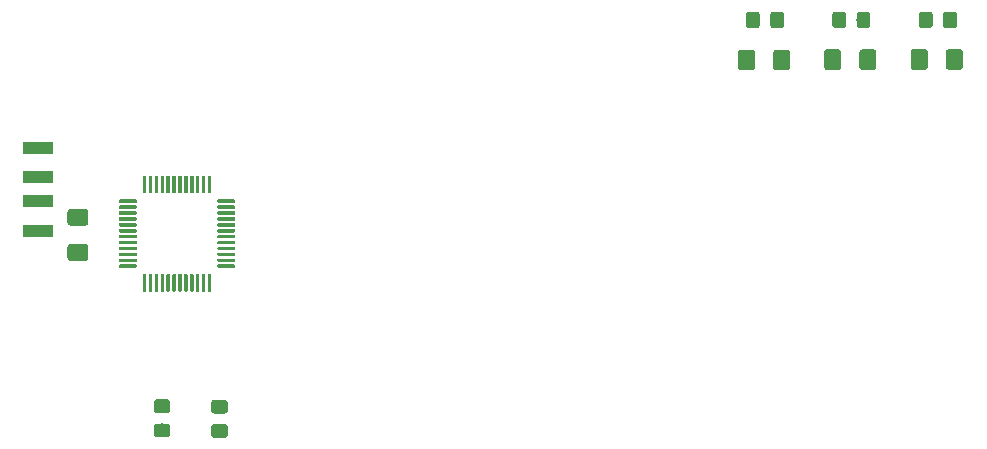
<source format=gtp>
G04 #@! TF.GenerationSoftware,KiCad,Pcbnew,(5.1.2)-1*
G04 #@! TF.CreationDate,2022-03-08T20:05:08-05:00*
G04 #@! TF.ProjectId,telemetry_receiver,74656c65-6d65-4747-9279-5f7265636569,rev?*
G04 #@! TF.SameCoordinates,Original*
G04 #@! TF.FileFunction,Paste,Top*
G04 #@! TF.FilePolarity,Positive*
%FSLAX46Y46*%
G04 Gerber Fmt 4.6, Leading zero omitted, Abs format (unit mm)*
G04 Created by KiCad (PCBNEW (5.1.2)-1) date 2022-03-08 20:05:08*
%MOMM*%
%LPD*%
G04 APERTURE LIST*
%ADD10C,0.100000*%
%ADD11C,0.300000*%
%ADD12R,2.500000X1.100000*%
%ADD13C,1.425000*%
%ADD14C,1.150000*%
G04 APERTURE END LIST*
D10*
G36*
X109332351Y-93100361D02*
G01*
X109339632Y-93101441D01*
X109346771Y-93103229D01*
X109353701Y-93105709D01*
X109360355Y-93108856D01*
X109366668Y-93112640D01*
X109372579Y-93117024D01*
X109378033Y-93121967D01*
X109382976Y-93127421D01*
X109387360Y-93133332D01*
X109391144Y-93139645D01*
X109394291Y-93146299D01*
X109396771Y-93153229D01*
X109398559Y-93160368D01*
X109399639Y-93167649D01*
X109400000Y-93175000D01*
X109400000Y-94500000D01*
X109399639Y-94507351D01*
X109398559Y-94514632D01*
X109396771Y-94521771D01*
X109394291Y-94528701D01*
X109391144Y-94535355D01*
X109387360Y-94541668D01*
X109382976Y-94547579D01*
X109378033Y-94553033D01*
X109372579Y-94557976D01*
X109366668Y-94562360D01*
X109360355Y-94566144D01*
X109353701Y-94569291D01*
X109346771Y-94571771D01*
X109339632Y-94573559D01*
X109332351Y-94574639D01*
X109325000Y-94575000D01*
X109175000Y-94575000D01*
X109167649Y-94574639D01*
X109160368Y-94573559D01*
X109153229Y-94571771D01*
X109146299Y-94569291D01*
X109139645Y-94566144D01*
X109133332Y-94562360D01*
X109127421Y-94557976D01*
X109121967Y-94553033D01*
X109117024Y-94547579D01*
X109112640Y-94541668D01*
X109108856Y-94535355D01*
X109105709Y-94528701D01*
X109103229Y-94521771D01*
X109101441Y-94514632D01*
X109100361Y-94507351D01*
X109100000Y-94500000D01*
X109100000Y-93175000D01*
X109100361Y-93167649D01*
X109101441Y-93160368D01*
X109103229Y-93153229D01*
X109105709Y-93146299D01*
X109108856Y-93139645D01*
X109112640Y-93133332D01*
X109117024Y-93127421D01*
X109121967Y-93121967D01*
X109127421Y-93117024D01*
X109133332Y-93112640D01*
X109139645Y-93108856D01*
X109146299Y-93105709D01*
X109153229Y-93103229D01*
X109160368Y-93101441D01*
X109167649Y-93100361D01*
X109175000Y-93100000D01*
X109325000Y-93100000D01*
X109332351Y-93100361D01*
X109332351Y-93100361D01*
G37*
D11*
X109250000Y-93837500D03*
D10*
G36*
X108832351Y-93100361D02*
G01*
X108839632Y-93101441D01*
X108846771Y-93103229D01*
X108853701Y-93105709D01*
X108860355Y-93108856D01*
X108866668Y-93112640D01*
X108872579Y-93117024D01*
X108878033Y-93121967D01*
X108882976Y-93127421D01*
X108887360Y-93133332D01*
X108891144Y-93139645D01*
X108894291Y-93146299D01*
X108896771Y-93153229D01*
X108898559Y-93160368D01*
X108899639Y-93167649D01*
X108900000Y-93175000D01*
X108900000Y-94500000D01*
X108899639Y-94507351D01*
X108898559Y-94514632D01*
X108896771Y-94521771D01*
X108894291Y-94528701D01*
X108891144Y-94535355D01*
X108887360Y-94541668D01*
X108882976Y-94547579D01*
X108878033Y-94553033D01*
X108872579Y-94557976D01*
X108866668Y-94562360D01*
X108860355Y-94566144D01*
X108853701Y-94569291D01*
X108846771Y-94571771D01*
X108839632Y-94573559D01*
X108832351Y-94574639D01*
X108825000Y-94575000D01*
X108675000Y-94575000D01*
X108667649Y-94574639D01*
X108660368Y-94573559D01*
X108653229Y-94571771D01*
X108646299Y-94569291D01*
X108639645Y-94566144D01*
X108633332Y-94562360D01*
X108627421Y-94557976D01*
X108621967Y-94553033D01*
X108617024Y-94547579D01*
X108612640Y-94541668D01*
X108608856Y-94535355D01*
X108605709Y-94528701D01*
X108603229Y-94521771D01*
X108601441Y-94514632D01*
X108600361Y-94507351D01*
X108600000Y-94500000D01*
X108600000Y-93175000D01*
X108600361Y-93167649D01*
X108601441Y-93160368D01*
X108603229Y-93153229D01*
X108605709Y-93146299D01*
X108608856Y-93139645D01*
X108612640Y-93133332D01*
X108617024Y-93127421D01*
X108621967Y-93121967D01*
X108627421Y-93117024D01*
X108633332Y-93112640D01*
X108639645Y-93108856D01*
X108646299Y-93105709D01*
X108653229Y-93103229D01*
X108660368Y-93101441D01*
X108667649Y-93100361D01*
X108675000Y-93100000D01*
X108825000Y-93100000D01*
X108832351Y-93100361D01*
X108832351Y-93100361D01*
G37*
D11*
X108750000Y-93837500D03*
D10*
G36*
X108332351Y-93100361D02*
G01*
X108339632Y-93101441D01*
X108346771Y-93103229D01*
X108353701Y-93105709D01*
X108360355Y-93108856D01*
X108366668Y-93112640D01*
X108372579Y-93117024D01*
X108378033Y-93121967D01*
X108382976Y-93127421D01*
X108387360Y-93133332D01*
X108391144Y-93139645D01*
X108394291Y-93146299D01*
X108396771Y-93153229D01*
X108398559Y-93160368D01*
X108399639Y-93167649D01*
X108400000Y-93175000D01*
X108400000Y-94500000D01*
X108399639Y-94507351D01*
X108398559Y-94514632D01*
X108396771Y-94521771D01*
X108394291Y-94528701D01*
X108391144Y-94535355D01*
X108387360Y-94541668D01*
X108382976Y-94547579D01*
X108378033Y-94553033D01*
X108372579Y-94557976D01*
X108366668Y-94562360D01*
X108360355Y-94566144D01*
X108353701Y-94569291D01*
X108346771Y-94571771D01*
X108339632Y-94573559D01*
X108332351Y-94574639D01*
X108325000Y-94575000D01*
X108175000Y-94575000D01*
X108167649Y-94574639D01*
X108160368Y-94573559D01*
X108153229Y-94571771D01*
X108146299Y-94569291D01*
X108139645Y-94566144D01*
X108133332Y-94562360D01*
X108127421Y-94557976D01*
X108121967Y-94553033D01*
X108117024Y-94547579D01*
X108112640Y-94541668D01*
X108108856Y-94535355D01*
X108105709Y-94528701D01*
X108103229Y-94521771D01*
X108101441Y-94514632D01*
X108100361Y-94507351D01*
X108100000Y-94500000D01*
X108100000Y-93175000D01*
X108100361Y-93167649D01*
X108101441Y-93160368D01*
X108103229Y-93153229D01*
X108105709Y-93146299D01*
X108108856Y-93139645D01*
X108112640Y-93133332D01*
X108117024Y-93127421D01*
X108121967Y-93121967D01*
X108127421Y-93117024D01*
X108133332Y-93112640D01*
X108139645Y-93108856D01*
X108146299Y-93105709D01*
X108153229Y-93103229D01*
X108160368Y-93101441D01*
X108167649Y-93100361D01*
X108175000Y-93100000D01*
X108325000Y-93100000D01*
X108332351Y-93100361D01*
X108332351Y-93100361D01*
G37*
D11*
X108250000Y-93837500D03*
D10*
G36*
X107832351Y-93100361D02*
G01*
X107839632Y-93101441D01*
X107846771Y-93103229D01*
X107853701Y-93105709D01*
X107860355Y-93108856D01*
X107866668Y-93112640D01*
X107872579Y-93117024D01*
X107878033Y-93121967D01*
X107882976Y-93127421D01*
X107887360Y-93133332D01*
X107891144Y-93139645D01*
X107894291Y-93146299D01*
X107896771Y-93153229D01*
X107898559Y-93160368D01*
X107899639Y-93167649D01*
X107900000Y-93175000D01*
X107900000Y-94500000D01*
X107899639Y-94507351D01*
X107898559Y-94514632D01*
X107896771Y-94521771D01*
X107894291Y-94528701D01*
X107891144Y-94535355D01*
X107887360Y-94541668D01*
X107882976Y-94547579D01*
X107878033Y-94553033D01*
X107872579Y-94557976D01*
X107866668Y-94562360D01*
X107860355Y-94566144D01*
X107853701Y-94569291D01*
X107846771Y-94571771D01*
X107839632Y-94573559D01*
X107832351Y-94574639D01*
X107825000Y-94575000D01*
X107675000Y-94575000D01*
X107667649Y-94574639D01*
X107660368Y-94573559D01*
X107653229Y-94571771D01*
X107646299Y-94569291D01*
X107639645Y-94566144D01*
X107633332Y-94562360D01*
X107627421Y-94557976D01*
X107621967Y-94553033D01*
X107617024Y-94547579D01*
X107612640Y-94541668D01*
X107608856Y-94535355D01*
X107605709Y-94528701D01*
X107603229Y-94521771D01*
X107601441Y-94514632D01*
X107600361Y-94507351D01*
X107600000Y-94500000D01*
X107600000Y-93175000D01*
X107600361Y-93167649D01*
X107601441Y-93160368D01*
X107603229Y-93153229D01*
X107605709Y-93146299D01*
X107608856Y-93139645D01*
X107612640Y-93133332D01*
X107617024Y-93127421D01*
X107621967Y-93121967D01*
X107627421Y-93117024D01*
X107633332Y-93112640D01*
X107639645Y-93108856D01*
X107646299Y-93105709D01*
X107653229Y-93103229D01*
X107660368Y-93101441D01*
X107667649Y-93100361D01*
X107675000Y-93100000D01*
X107825000Y-93100000D01*
X107832351Y-93100361D01*
X107832351Y-93100361D01*
G37*
D11*
X107750000Y-93837500D03*
D10*
G36*
X107332351Y-93100361D02*
G01*
X107339632Y-93101441D01*
X107346771Y-93103229D01*
X107353701Y-93105709D01*
X107360355Y-93108856D01*
X107366668Y-93112640D01*
X107372579Y-93117024D01*
X107378033Y-93121967D01*
X107382976Y-93127421D01*
X107387360Y-93133332D01*
X107391144Y-93139645D01*
X107394291Y-93146299D01*
X107396771Y-93153229D01*
X107398559Y-93160368D01*
X107399639Y-93167649D01*
X107400000Y-93175000D01*
X107400000Y-94500000D01*
X107399639Y-94507351D01*
X107398559Y-94514632D01*
X107396771Y-94521771D01*
X107394291Y-94528701D01*
X107391144Y-94535355D01*
X107387360Y-94541668D01*
X107382976Y-94547579D01*
X107378033Y-94553033D01*
X107372579Y-94557976D01*
X107366668Y-94562360D01*
X107360355Y-94566144D01*
X107353701Y-94569291D01*
X107346771Y-94571771D01*
X107339632Y-94573559D01*
X107332351Y-94574639D01*
X107325000Y-94575000D01*
X107175000Y-94575000D01*
X107167649Y-94574639D01*
X107160368Y-94573559D01*
X107153229Y-94571771D01*
X107146299Y-94569291D01*
X107139645Y-94566144D01*
X107133332Y-94562360D01*
X107127421Y-94557976D01*
X107121967Y-94553033D01*
X107117024Y-94547579D01*
X107112640Y-94541668D01*
X107108856Y-94535355D01*
X107105709Y-94528701D01*
X107103229Y-94521771D01*
X107101441Y-94514632D01*
X107100361Y-94507351D01*
X107100000Y-94500000D01*
X107100000Y-93175000D01*
X107100361Y-93167649D01*
X107101441Y-93160368D01*
X107103229Y-93153229D01*
X107105709Y-93146299D01*
X107108856Y-93139645D01*
X107112640Y-93133332D01*
X107117024Y-93127421D01*
X107121967Y-93121967D01*
X107127421Y-93117024D01*
X107133332Y-93112640D01*
X107139645Y-93108856D01*
X107146299Y-93105709D01*
X107153229Y-93103229D01*
X107160368Y-93101441D01*
X107167649Y-93100361D01*
X107175000Y-93100000D01*
X107325000Y-93100000D01*
X107332351Y-93100361D01*
X107332351Y-93100361D01*
G37*
D11*
X107250000Y-93837500D03*
D10*
G36*
X106832351Y-93100361D02*
G01*
X106839632Y-93101441D01*
X106846771Y-93103229D01*
X106853701Y-93105709D01*
X106860355Y-93108856D01*
X106866668Y-93112640D01*
X106872579Y-93117024D01*
X106878033Y-93121967D01*
X106882976Y-93127421D01*
X106887360Y-93133332D01*
X106891144Y-93139645D01*
X106894291Y-93146299D01*
X106896771Y-93153229D01*
X106898559Y-93160368D01*
X106899639Y-93167649D01*
X106900000Y-93175000D01*
X106900000Y-94500000D01*
X106899639Y-94507351D01*
X106898559Y-94514632D01*
X106896771Y-94521771D01*
X106894291Y-94528701D01*
X106891144Y-94535355D01*
X106887360Y-94541668D01*
X106882976Y-94547579D01*
X106878033Y-94553033D01*
X106872579Y-94557976D01*
X106866668Y-94562360D01*
X106860355Y-94566144D01*
X106853701Y-94569291D01*
X106846771Y-94571771D01*
X106839632Y-94573559D01*
X106832351Y-94574639D01*
X106825000Y-94575000D01*
X106675000Y-94575000D01*
X106667649Y-94574639D01*
X106660368Y-94573559D01*
X106653229Y-94571771D01*
X106646299Y-94569291D01*
X106639645Y-94566144D01*
X106633332Y-94562360D01*
X106627421Y-94557976D01*
X106621967Y-94553033D01*
X106617024Y-94547579D01*
X106612640Y-94541668D01*
X106608856Y-94535355D01*
X106605709Y-94528701D01*
X106603229Y-94521771D01*
X106601441Y-94514632D01*
X106600361Y-94507351D01*
X106600000Y-94500000D01*
X106600000Y-93175000D01*
X106600361Y-93167649D01*
X106601441Y-93160368D01*
X106603229Y-93153229D01*
X106605709Y-93146299D01*
X106608856Y-93139645D01*
X106612640Y-93133332D01*
X106617024Y-93127421D01*
X106621967Y-93121967D01*
X106627421Y-93117024D01*
X106633332Y-93112640D01*
X106639645Y-93108856D01*
X106646299Y-93105709D01*
X106653229Y-93103229D01*
X106660368Y-93101441D01*
X106667649Y-93100361D01*
X106675000Y-93100000D01*
X106825000Y-93100000D01*
X106832351Y-93100361D01*
X106832351Y-93100361D01*
G37*
D11*
X106750000Y-93837500D03*
D10*
G36*
X106332351Y-93100361D02*
G01*
X106339632Y-93101441D01*
X106346771Y-93103229D01*
X106353701Y-93105709D01*
X106360355Y-93108856D01*
X106366668Y-93112640D01*
X106372579Y-93117024D01*
X106378033Y-93121967D01*
X106382976Y-93127421D01*
X106387360Y-93133332D01*
X106391144Y-93139645D01*
X106394291Y-93146299D01*
X106396771Y-93153229D01*
X106398559Y-93160368D01*
X106399639Y-93167649D01*
X106400000Y-93175000D01*
X106400000Y-94500000D01*
X106399639Y-94507351D01*
X106398559Y-94514632D01*
X106396771Y-94521771D01*
X106394291Y-94528701D01*
X106391144Y-94535355D01*
X106387360Y-94541668D01*
X106382976Y-94547579D01*
X106378033Y-94553033D01*
X106372579Y-94557976D01*
X106366668Y-94562360D01*
X106360355Y-94566144D01*
X106353701Y-94569291D01*
X106346771Y-94571771D01*
X106339632Y-94573559D01*
X106332351Y-94574639D01*
X106325000Y-94575000D01*
X106175000Y-94575000D01*
X106167649Y-94574639D01*
X106160368Y-94573559D01*
X106153229Y-94571771D01*
X106146299Y-94569291D01*
X106139645Y-94566144D01*
X106133332Y-94562360D01*
X106127421Y-94557976D01*
X106121967Y-94553033D01*
X106117024Y-94547579D01*
X106112640Y-94541668D01*
X106108856Y-94535355D01*
X106105709Y-94528701D01*
X106103229Y-94521771D01*
X106101441Y-94514632D01*
X106100361Y-94507351D01*
X106100000Y-94500000D01*
X106100000Y-93175000D01*
X106100361Y-93167649D01*
X106101441Y-93160368D01*
X106103229Y-93153229D01*
X106105709Y-93146299D01*
X106108856Y-93139645D01*
X106112640Y-93133332D01*
X106117024Y-93127421D01*
X106121967Y-93121967D01*
X106127421Y-93117024D01*
X106133332Y-93112640D01*
X106139645Y-93108856D01*
X106146299Y-93105709D01*
X106153229Y-93103229D01*
X106160368Y-93101441D01*
X106167649Y-93100361D01*
X106175000Y-93100000D01*
X106325000Y-93100000D01*
X106332351Y-93100361D01*
X106332351Y-93100361D01*
G37*
D11*
X106250000Y-93837500D03*
D10*
G36*
X105832351Y-93100361D02*
G01*
X105839632Y-93101441D01*
X105846771Y-93103229D01*
X105853701Y-93105709D01*
X105860355Y-93108856D01*
X105866668Y-93112640D01*
X105872579Y-93117024D01*
X105878033Y-93121967D01*
X105882976Y-93127421D01*
X105887360Y-93133332D01*
X105891144Y-93139645D01*
X105894291Y-93146299D01*
X105896771Y-93153229D01*
X105898559Y-93160368D01*
X105899639Y-93167649D01*
X105900000Y-93175000D01*
X105900000Y-94500000D01*
X105899639Y-94507351D01*
X105898559Y-94514632D01*
X105896771Y-94521771D01*
X105894291Y-94528701D01*
X105891144Y-94535355D01*
X105887360Y-94541668D01*
X105882976Y-94547579D01*
X105878033Y-94553033D01*
X105872579Y-94557976D01*
X105866668Y-94562360D01*
X105860355Y-94566144D01*
X105853701Y-94569291D01*
X105846771Y-94571771D01*
X105839632Y-94573559D01*
X105832351Y-94574639D01*
X105825000Y-94575000D01*
X105675000Y-94575000D01*
X105667649Y-94574639D01*
X105660368Y-94573559D01*
X105653229Y-94571771D01*
X105646299Y-94569291D01*
X105639645Y-94566144D01*
X105633332Y-94562360D01*
X105627421Y-94557976D01*
X105621967Y-94553033D01*
X105617024Y-94547579D01*
X105612640Y-94541668D01*
X105608856Y-94535355D01*
X105605709Y-94528701D01*
X105603229Y-94521771D01*
X105601441Y-94514632D01*
X105600361Y-94507351D01*
X105600000Y-94500000D01*
X105600000Y-93175000D01*
X105600361Y-93167649D01*
X105601441Y-93160368D01*
X105603229Y-93153229D01*
X105605709Y-93146299D01*
X105608856Y-93139645D01*
X105612640Y-93133332D01*
X105617024Y-93127421D01*
X105621967Y-93121967D01*
X105627421Y-93117024D01*
X105633332Y-93112640D01*
X105639645Y-93108856D01*
X105646299Y-93105709D01*
X105653229Y-93103229D01*
X105660368Y-93101441D01*
X105667649Y-93100361D01*
X105675000Y-93100000D01*
X105825000Y-93100000D01*
X105832351Y-93100361D01*
X105832351Y-93100361D01*
G37*
D11*
X105750000Y-93837500D03*
D10*
G36*
X105332351Y-93100361D02*
G01*
X105339632Y-93101441D01*
X105346771Y-93103229D01*
X105353701Y-93105709D01*
X105360355Y-93108856D01*
X105366668Y-93112640D01*
X105372579Y-93117024D01*
X105378033Y-93121967D01*
X105382976Y-93127421D01*
X105387360Y-93133332D01*
X105391144Y-93139645D01*
X105394291Y-93146299D01*
X105396771Y-93153229D01*
X105398559Y-93160368D01*
X105399639Y-93167649D01*
X105400000Y-93175000D01*
X105400000Y-94500000D01*
X105399639Y-94507351D01*
X105398559Y-94514632D01*
X105396771Y-94521771D01*
X105394291Y-94528701D01*
X105391144Y-94535355D01*
X105387360Y-94541668D01*
X105382976Y-94547579D01*
X105378033Y-94553033D01*
X105372579Y-94557976D01*
X105366668Y-94562360D01*
X105360355Y-94566144D01*
X105353701Y-94569291D01*
X105346771Y-94571771D01*
X105339632Y-94573559D01*
X105332351Y-94574639D01*
X105325000Y-94575000D01*
X105175000Y-94575000D01*
X105167649Y-94574639D01*
X105160368Y-94573559D01*
X105153229Y-94571771D01*
X105146299Y-94569291D01*
X105139645Y-94566144D01*
X105133332Y-94562360D01*
X105127421Y-94557976D01*
X105121967Y-94553033D01*
X105117024Y-94547579D01*
X105112640Y-94541668D01*
X105108856Y-94535355D01*
X105105709Y-94528701D01*
X105103229Y-94521771D01*
X105101441Y-94514632D01*
X105100361Y-94507351D01*
X105100000Y-94500000D01*
X105100000Y-93175000D01*
X105100361Y-93167649D01*
X105101441Y-93160368D01*
X105103229Y-93153229D01*
X105105709Y-93146299D01*
X105108856Y-93139645D01*
X105112640Y-93133332D01*
X105117024Y-93127421D01*
X105121967Y-93121967D01*
X105127421Y-93117024D01*
X105133332Y-93112640D01*
X105139645Y-93108856D01*
X105146299Y-93105709D01*
X105153229Y-93103229D01*
X105160368Y-93101441D01*
X105167649Y-93100361D01*
X105175000Y-93100000D01*
X105325000Y-93100000D01*
X105332351Y-93100361D01*
X105332351Y-93100361D01*
G37*
D11*
X105250000Y-93837500D03*
D10*
G36*
X104832351Y-93100361D02*
G01*
X104839632Y-93101441D01*
X104846771Y-93103229D01*
X104853701Y-93105709D01*
X104860355Y-93108856D01*
X104866668Y-93112640D01*
X104872579Y-93117024D01*
X104878033Y-93121967D01*
X104882976Y-93127421D01*
X104887360Y-93133332D01*
X104891144Y-93139645D01*
X104894291Y-93146299D01*
X104896771Y-93153229D01*
X104898559Y-93160368D01*
X104899639Y-93167649D01*
X104900000Y-93175000D01*
X104900000Y-94500000D01*
X104899639Y-94507351D01*
X104898559Y-94514632D01*
X104896771Y-94521771D01*
X104894291Y-94528701D01*
X104891144Y-94535355D01*
X104887360Y-94541668D01*
X104882976Y-94547579D01*
X104878033Y-94553033D01*
X104872579Y-94557976D01*
X104866668Y-94562360D01*
X104860355Y-94566144D01*
X104853701Y-94569291D01*
X104846771Y-94571771D01*
X104839632Y-94573559D01*
X104832351Y-94574639D01*
X104825000Y-94575000D01*
X104675000Y-94575000D01*
X104667649Y-94574639D01*
X104660368Y-94573559D01*
X104653229Y-94571771D01*
X104646299Y-94569291D01*
X104639645Y-94566144D01*
X104633332Y-94562360D01*
X104627421Y-94557976D01*
X104621967Y-94553033D01*
X104617024Y-94547579D01*
X104612640Y-94541668D01*
X104608856Y-94535355D01*
X104605709Y-94528701D01*
X104603229Y-94521771D01*
X104601441Y-94514632D01*
X104600361Y-94507351D01*
X104600000Y-94500000D01*
X104600000Y-93175000D01*
X104600361Y-93167649D01*
X104601441Y-93160368D01*
X104603229Y-93153229D01*
X104605709Y-93146299D01*
X104608856Y-93139645D01*
X104612640Y-93133332D01*
X104617024Y-93127421D01*
X104621967Y-93121967D01*
X104627421Y-93117024D01*
X104633332Y-93112640D01*
X104639645Y-93108856D01*
X104646299Y-93105709D01*
X104653229Y-93103229D01*
X104660368Y-93101441D01*
X104667649Y-93100361D01*
X104675000Y-93100000D01*
X104825000Y-93100000D01*
X104832351Y-93100361D01*
X104832351Y-93100361D01*
G37*
D11*
X104750000Y-93837500D03*
D10*
G36*
X104332351Y-93100361D02*
G01*
X104339632Y-93101441D01*
X104346771Y-93103229D01*
X104353701Y-93105709D01*
X104360355Y-93108856D01*
X104366668Y-93112640D01*
X104372579Y-93117024D01*
X104378033Y-93121967D01*
X104382976Y-93127421D01*
X104387360Y-93133332D01*
X104391144Y-93139645D01*
X104394291Y-93146299D01*
X104396771Y-93153229D01*
X104398559Y-93160368D01*
X104399639Y-93167649D01*
X104400000Y-93175000D01*
X104400000Y-94500000D01*
X104399639Y-94507351D01*
X104398559Y-94514632D01*
X104396771Y-94521771D01*
X104394291Y-94528701D01*
X104391144Y-94535355D01*
X104387360Y-94541668D01*
X104382976Y-94547579D01*
X104378033Y-94553033D01*
X104372579Y-94557976D01*
X104366668Y-94562360D01*
X104360355Y-94566144D01*
X104353701Y-94569291D01*
X104346771Y-94571771D01*
X104339632Y-94573559D01*
X104332351Y-94574639D01*
X104325000Y-94575000D01*
X104175000Y-94575000D01*
X104167649Y-94574639D01*
X104160368Y-94573559D01*
X104153229Y-94571771D01*
X104146299Y-94569291D01*
X104139645Y-94566144D01*
X104133332Y-94562360D01*
X104127421Y-94557976D01*
X104121967Y-94553033D01*
X104117024Y-94547579D01*
X104112640Y-94541668D01*
X104108856Y-94535355D01*
X104105709Y-94528701D01*
X104103229Y-94521771D01*
X104101441Y-94514632D01*
X104100361Y-94507351D01*
X104100000Y-94500000D01*
X104100000Y-93175000D01*
X104100361Y-93167649D01*
X104101441Y-93160368D01*
X104103229Y-93153229D01*
X104105709Y-93146299D01*
X104108856Y-93139645D01*
X104112640Y-93133332D01*
X104117024Y-93127421D01*
X104121967Y-93121967D01*
X104127421Y-93117024D01*
X104133332Y-93112640D01*
X104139645Y-93108856D01*
X104146299Y-93105709D01*
X104153229Y-93103229D01*
X104160368Y-93101441D01*
X104167649Y-93100361D01*
X104175000Y-93100000D01*
X104325000Y-93100000D01*
X104332351Y-93100361D01*
X104332351Y-93100361D01*
G37*
D11*
X104250000Y-93837500D03*
D10*
G36*
X103832351Y-93100361D02*
G01*
X103839632Y-93101441D01*
X103846771Y-93103229D01*
X103853701Y-93105709D01*
X103860355Y-93108856D01*
X103866668Y-93112640D01*
X103872579Y-93117024D01*
X103878033Y-93121967D01*
X103882976Y-93127421D01*
X103887360Y-93133332D01*
X103891144Y-93139645D01*
X103894291Y-93146299D01*
X103896771Y-93153229D01*
X103898559Y-93160368D01*
X103899639Y-93167649D01*
X103900000Y-93175000D01*
X103900000Y-94500000D01*
X103899639Y-94507351D01*
X103898559Y-94514632D01*
X103896771Y-94521771D01*
X103894291Y-94528701D01*
X103891144Y-94535355D01*
X103887360Y-94541668D01*
X103882976Y-94547579D01*
X103878033Y-94553033D01*
X103872579Y-94557976D01*
X103866668Y-94562360D01*
X103860355Y-94566144D01*
X103853701Y-94569291D01*
X103846771Y-94571771D01*
X103839632Y-94573559D01*
X103832351Y-94574639D01*
X103825000Y-94575000D01*
X103675000Y-94575000D01*
X103667649Y-94574639D01*
X103660368Y-94573559D01*
X103653229Y-94571771D01*
X103646299Y-94569291D01*
X103639645Y-94566144D01*
X103633332Y-94562360D01*
X103627421Y-94557976D01*
X103621967Y-94553033D01*
X103617024Y-94547579D01*
X103612640Y-94541668D01*
X103608856Y-94535355D01*
X103605709Y-94528701D01*
X103603229Y-94521771D01*
X103601441Y-94514632D01*
X103600361Y-94507351D01*
X103600000Y-94500000D01*
X103600000Y-93175000D01*
X103600361Y-93167649D01*
X103601441Y-93160368D01*
X103603229Y-93153229D01*
X103605709Y-93146299D01*
X103608856Y-93139645D01*
X103612640Y-93133332D01*
X103617024Y-93127421D01*
X103621967Y-93121967D01*
X103627421Y-93117024D01*
X103633332Y-93112640D01*
X103639645Y-93108856D01*
X103646299Y-93105709D01*
X103653229Y-93103229D01*
X103660368Y-93101441D01*
X103667649Y-93100361D01*
X103675000Y-93100000D01*
X103825000Y-93100000D01*
X103832351Y-93100361D01*
X103832351Y-93100361D01*
G37*
D11*
X103750000Y-93837500D03*
D10*
G36*
X103007351Y-95100361D02*
G01*
X103014632Y-95101441D01*
X103021771Y-95103229D01*
X103028701Y-95105709D01*
X103035355Y-95108856D01*
X103041668Y-95112640D01*
X103047579Y-95117024D01*
X103053033Y-95121967D01*
X103057976Y-95127421D01*
X103062360Y-95133332D01*
X103066144Y-95139645D01*
X103069291Y-95146299D01*
X103071771Y-95153229D01*
X103073559Y-95160368D01*
X103074639Y-95167649D01*
X103075000Y-95175000D01*
X103075000Y-95325000D01*
X103074639Y-95332351D01*
X103073559Y-95339632D01*
X103071771Y-95346771D01*
X103069291Y-95353701D01*
X103066144Y-95360355D01*
X103062360Y-95366668D01*
X103057976Y-95372579D01*
X103053033Y-95378033D01*
X103047579Y-95382976D01*
X103041668Y-95387360D01*
X103035355Y-95391144D01*
X103028701Y-95394291D01*
X103021771Y-95396771D01*
X103014632Y-95398559D01*
X103007351Y-95399639D01*
X103000000Y-95400000D01*
X101675000Y-95400000D01*
X101667649Y-95399639D01*
X101660368Y-95398559D01*
X101653229Y-95396771D01*
X101646299Y-95394291D01*
X101639645Y-95391144D01*
X101633332Y-95387360D01*
X101627421Y-95382976D01*
X101621967Y-95378033D01*
X101617024Y-95372579D01*
X101612640Y-95366668D01*
X101608856Y-95360355D01*
X101605709Y-95353701D01*
X101603229Y-95346771D01*
X101601441Y-95339632D01*
X101600361Y-95332351D01*
X101600000Y-95325000D01*
X101600000Y-95175000D01*
X101600361Y-95167649D01*
X101601441Y-95160368D01*
X101603229Y-95153229D01*
X101605709Y-95146299D01*
X101608856Y-95139645D01*
X101612640Y-95133332D01*
X101617024Y-95127421D01*
X101621967Y-95121967D01*
X101627421Y-95117024D01*
X101633332Y-95112640D01*
X101639645Y-95108856D01*
X101646299Y-95105709D01*
X101653229Y-95103229D01*
X101660368Y-95101441D01*
X101667649Y-95100361D01*
X101675000Y-95100000D01*
X103000000Y-95100000D01*
X103007351Y-95100361D01*
X103007351Y-95100361D01*
G37*
D11*
X102337500Y-95250000D03*
D10*
G36*
X103007351Y-95600361D02*
G01*
X103014632Y-95601441D01*
X103021771Y-95603229D01*
X103028701Y-95605709D01*
X103035355Y-95608856D01*
X103041668Y-95612640D01*
X103047579Y-95617024D01*
X103053033Y-95621967D01*
X103057976Y-95627421D01*
X103062360Y-95633332D01*
X103066144Y-95639645D01*
X103069291Y-95646299D01*
X103071771Y-95653229D01*
X103073559Y-95660368D01*
X103074639Y-95667649D01*
X103075000Y-95675000D01*
X103075000Y-95825000D01*
X103074639Y-95832351D01*
X103073559Y-95839632D01*
X103071771Y-95846771D01*
X103069291Y-95853701D01*
X103066144Y-95860355D01*
X103062360Y-95866668D01*
X103057976Y-95872579D01*
X103053033Y-95878033D01*
X103047579Y-95882976D01*
X103041668Y-95887360D01*
X103035355Y-95891144D01*
X103028701Y-95894291D01*
X103021771Y-95896771D01*
X103014632Y-95898559D01*
X103007351Y-95899639D01*
X103000000Y-95900000D01*
X101675000Y-95900000D01*
X101667649Y-95899639D01*
X101660368Y-95898559D01*
X101653229Y-95896771D01*
X101646299Y-95894291D01*
X101639645Y-95891144D01*
X101633332Y-95887360D01*
X101627421Y-95882976D01*
X101621967Y-95878033D01*
X101617024Y-95872579D01*
X101612640Y-95866668D01*
X101608856Y-95860355D01*
X101605709Y-95853701D01*
X101603229Y-95846771D01*
X101601441Y-95839632D01*
X101600361Y-95832351D01*
X101600000Y-95825000D01*
X101600000Y-95675000D01*
X101600361Y-95667649D01*
X101601441Y-95660368D01*
X101603229Y-95653229D01*
X101605709Y-95646299D01*
X101608856Y-95639645D01*
X101612640Y-95633332D01*
X101617024Y-95627421D01*
X101621967Y-95621967D01*
X101627421Y-95617024D01*
X101633332Y-95612640D01*
X101639645Y-95608856D01*
X101646299Y-95605709D01*
X101653229Y-95603229D01*
X101660368Y-95601441D01*
X101667649Y-95600361D01*
X101675000Y-95600000D01*
X103000000Y-95600000D01*
X103007351Y-95600361D01*
X103007351Y-95600361D01*
G37*
D11*
X102337500Y-95750000D03*
D10*
G36*
X103007351Y-96100361D02*
G01*
X103014632Y-96101441D01*
X103021771Y-96103229D01*
X103028701Y-96105709D01*
X103035355Y-96108856D01*
X103041668Y-96112640D01*
X103047579Y-96117024D01*
X103053033Y-96121967D01*
X103057976Y-96127421D01*
X103062360Y-96133332D01*
X103066144Y-96139645D01*
X103069291Y-96146299D01*
X103071771Y-96153229D01*
X103073559Y-96160368D01*
X103074639Y-96167649D01*
X103075000Y-96175000D01*
X103075000Y-96325000D01*
X103074639Y-96332351D01*
X103073559Y-96339632D01*
X103071771Y-96346771D01*
X103069291Y-96353701D01*
X103066144Y-96360355D01*
X103062360Y-96366668D01*
X103057976Y-96372579D01*
X103053033Y-96378033D01*
X103047579Y-96382976D01*
X103041668Y-96387360D01*
X103035355Y-96391144D01*
X103028701Y-96394291D01*
X103021771Y-96396771D01*
X103014632Y-96398559D01*
X103007351Y-96399639D01*
X103000000Y-96400000D01*
X101675000Y-96400000D01*
X101667649Y-96399639D01*
X101660368Y-96398559D01*
X101653229Y-96396771D01*
X101646299Y-96394291D01*
X101639645Y-96391144D01*
X101633332Y-96387360D01*
X101627421Y-96382976D01*
X101621967Y-96378033D01*
X101617024Y-96372579D01*
X101612640Y-96366668D01*
X101608856Y-96360355D01*
X101605709Y-96353701D01*
X101603229Y-96346771D01*
X101601441Y-96339632D01*
X101600361Y-96332351D01*
X101600000Y-96325000D01*
X101600000Y-96175000D01*
X101600361Y-96167649D01*
X101601441Y-96160368D01*
X101603229Y-96153229D01*
X101605709Y-96146299D01*
X101608856Y-96139645D01*
X101612640Y-96133332D01*
X101617024Y-96127421D01*
X101621967Y-96121967D01*
X101627421Y-96117024D01*
X101633332Y-96112640D01*
X101639645Y-96108856D01*
X101646299Y-96105709D01*
X101653229Y-96103229D01*
X101660368Y-96101441D01*
X101667649Y-96100361D01*
X101675000Y-96100000D01*
X103000000Y-96100000D01*
X103007351Y-96100361D01*
X103007351Y-96100361D01*
G37*
D11*
X102337500Y-96250000D03*
D10*
G36*
X103007351Y-96600361D02*
G01*
X103014632Y-96601441D01*
X103021771Y-96603229D01*
X103028701Y-96605709D01*
X103035355Y-96608856D01*
X103041668Y-96612640D01*
X103047579Y-96617024D01*
X103053033Y-96621967D01*
X103057976Y-96627421D01*
X103062360Y-96633332D01*
X103066144Y-96639645D01*
X103069291Y-96646299D01*
X103071771Y-96653229D01*
X103073559Y-96660368D01*
X103074639Y-96667649D01*
X103075000Y-96675000D01*
X103075000Y-96825000D01*
X103074639Y-96832351D01*
X103073559Y-96839632D01*
X103071771Y-96846771D01*
X103069291Y-96853701D01*
X103066144Y-96860355D01*
X103062360Y-96866668D01*
X103057976Y-96872579D01*
X103053033Y-96878033D01*
X103047579Y-96882976D01*
X103041668Y-96887360D01*
X103035355Y-96891144D01*
X103028701Y-96894291D01*
X103021771Y-96896771D01*
X103014632Y-96898559D01*
X103007351Y-96899639D01*
X103000000Y-96900000D01*
X101675000Y-96900000D01*
X101667649Y-96899639D01*
X101660368Y-96898559D01*
X101653229Y-96896771D01*
X101646299Y-96894291D01*
X101639645Y-96891144D01*
X101633332Y-96887360D01*
X101627421Y-96882976D01*
X101621967Y-96878033D01*
X101617024Y-96872579D01*
X101612640Y-96866668D01*
X101608856Y-96860355D01*
X101605709Y-96853701D01*
X101603229Y-96846771D01*
X101601441Y-96839632D01*
X101600361Y-96832351D01*
X101600000Y-96825000D01*
X101600000Y-96675000D01*
X101600361Y-96667649D01*
X101601441Y-96660368D01*
X101603229Y-96653229D01*
X101605709Y-96646299D01*
X101608856Y-96639645D01*
X101612640Y-96633332D01*
X101617024Y-96627421D01*
X101621967Y-96621967D01*
X101627421Y-96617024D01*
X101633332Y-96612640D01*
X101639645Y-96608856D01*
X101646299Y-96605709D01*
X101653229Y-96603229D01*
X101660368Y-96601441D01*
X101667649Y-96600361D01*
X101675000Y-96600000D01*
X103000000Y-96600000D01*
X103007351Y-96600361D01*
X103007351Y-96600361D01*
G37*
D11*
X102337500Y-96750000D03*
D10*
G36*
X103007351Y-97100361D02*
G01*
X103014632Y-97101441D01*
X103021771Y-97103229D01*
X103028701Y-97105709D01*
X103035355Y-97108856D01*
X103041668Y-97112640D01*
X103047579Y-97117024D01*
X103053033Y-97121967D01*
X103057976Y-97127421D01*
X103062360Y-97133332D01*
X103066144Y-97139645D01*
X103069291Y-97146299D01*
X103071771Y-97153229D01*
X103073559Y-97160368D01*
X103074639Y-97167649D01*
X103075000Y-97175000D01*
X103075000Y-97325000D01*
X103074639Y-97332351D01*
X103073559Y-97339632D01*
X103071771Y-97346771D01*
X103069291Y-97353701D01*
X103066144Y-97360355D01*
X103062360Y-97366668D01*
X103057976Y-97372579D01*
X103053033Y-97378033D01*
X103047579Y-97382976D01*
X103041668Y-97387360D01*
X103035355Y-97391144D01*
X103028701Y-97394291D01*
X103021771Y-97396771D01*
X103014632Y-97398559D01*
X103007351Y-97399639D01*
X103000000Y-97400000D01*
X101675000Y-97400000D01*
X101667649Y-97399639D01*
X101660368Y-97398559D01*
X101653229Y-97396771D01*
X101646299Y-97394291D01*
X101639645Y-97391144D01*
X101633332Y-97387360D01*
X101627421Y-97382976D01*
X101621967Y-97378033D01*
X101617024Y-97372579D01*
X101612640Y-97366668D01*
X101608856Y-97360355D01*
X101605709Y-97353701D01*
X101603229Y-97346771D01*
X101601441Y-97339632D01*
X101600361Y-97332351D01*
X101600000Y-97325000D01*
X101600000Y-97175000D01*
X101600361Y-97167649D01*
X101601441Y-97160368D01*
X101603229Y-97153229D01*
X101605709Y-97146299D01*
X101608856Y-97139645D01*
X101612640Y-97133332D01*
X101617024Y-97127421D01*
X101621967Y-97121967D01*
X101627421Y-97117024D01*
X101633332Y-97112640D01*
X101639645Y-97108856D01*
X101646299Y-97105709D01*
X101653229Y-97103229D01*
X101660368Y-97101441D01*
X101667649Y-97100361D01*
X101675000Y-97100000D01*
X103000000Y-97100000D01*
X103007351Y-97100361D01*
X103007351Y-97100361D01*
G37*
D11*
X102337500Y-97250000D03*
D10*
G36*
X103007351Y-97600361D02*
G01*
X103014632Y-97601441D01*
X103021771Y-97603229D01*
X103028701Y-97605709D01*
X103035355Y-97608856D01*
X103041668Y-97612640D01*
X103047579Y-97617024D01*
X103053033Y-97621967D01*
X103057976Y-97627421D01*
X103062360Y-97633332D01*
X103066144Y-97639645D01*
X103069291Y-97646299D01*
X103071771Y-97653229D01*
X103073559Y-97660368D01*
X103074639Y-97667649D01*
X103075000Y-97675000D01*
X103075000Y-97825000D01*
X103074639Y-97832351D01*
X103073559Y-97839632D01*
X103071771Y-97846771D01*
X103069291Y-97853701D01*
X103066144Y-97860355D01*
X103062360Y-97866668D01*
X103057976Y-97872579D01*
X103053033Y-97878033D01*
X103047579Y-97882976D01*
X103041668Y-97887360D01*
X103035355Y-97891144D01*
X103028701Y-97894291D01*
X103021771Y-97896771D01*
X103014632Y-97898559D01*
X103007351Y-97899639D01*
X103000000Y-97900000D01*
X101675000Y-97900000D01*
X101667649Y-97899639D01*
X101660368Y-97898559D01*
X101653229Y-97896771D01*
X101646299Y-97894291D01*
X101639645Y-97891144D01*
X101633332Y-97887360D01*
X101627421Y-97882976D01*
X101621967Y-97878033D01*
X101617024Y-97872579D01*
X101612640Y-97866668D01*
X101608856Y-97860355D01*
X101605709Y-97853701D01*
X101603229Y-97846771D01*
X101601441Y-97839632D01*
X101600361Y-97832351D01*
X101600000Y-97825000D01*
X101600000Y-97675000D01*
X101600361Y-97667649D01*
X101601441Y-97660368D01*
X101603229Y-97653229D01*
X101605709Y-97646299D01*
X101608856Y-97639645D01*
X101612640Y-97633332D01*
X101617024Y-97627421D01*
X101621967Y-97621967D01*
X101627421Y-97617024D01*
X101633332Y-97612640D01*
X101639645Y-97608856D01*
X101646299Y-97605709D01*
X101653229Y-97603229D01*
X101660368Y-97601441D01*
X101667649Y-97600361D01*
X101675000Y-97600000D01*
X103000000Y-97600000D01*
X103007351Y-97600361D01*
X103007351Y-97600361D01*
G37*
D11*
X102337500Y-97750000D03*
D10*
G36*
X103007351Y-98100361D02*
G01*
X103014632Y-98101441D01*
X103021771Y-98103229D01*
X103028701Y-98105709D01*
X103035355Y-98108856D01*
X103041668Y-98112640D01*
X103047579Y-98117024D01*
X103053033Y-98121967D01*
X103057976Y-98127421D01*
X103062360Y-98133332D01*
X103066144Y-98139645D01*
X103069291Y-98146299D01*
X103071771Y-98153229D01*
X103073559Y-98160368D01*
X103074639Y-98167649D01*
X103075000Y-98175000D01*
X103075000Y-98325000D01*
X103074639Y-98332351D01*
X103073559Y-98339632D01*
X103071771Y-98346771D01*
X103069291Y-98353701D01*
X103066144Y-98360355D01*
X103062360Y-98366668D01*
X103057976Y-98372579D01*
X103053033Y-98378033D01*
X103047579Y-98382976D01*
X103041668Y-98387360D01*
X103035355Y-98391144D01*
X103028701Y-98394291D01*
X103021771Y-98396771D01*
X103014632Y-98398559D01*
X103007351Y-98399639D01*
X103000000Y-98400000D01*
X101675000Y-98400000D01*
X101667649Y-98399639D01*
X101660368Y-98398559D01*
X101653229Y-98396771D01*
X101646299Y-98394291D01*
X101639645Y-98391144D01*
X101633332Y-98387360D01*
X101627421Y-98382976D01*
X101621967Y-98378033D01*
X101617024Y-98372579D01*
X101612640Y-98366668D01*
X101608856Y-98360355D01*
X101605709Y-98353701D01*
X101603229Y-98346771D01*
X101601441Y-98339632D01*
X101600361Y-98332351D01*
X101600000Y-98325000D01*
X101600000Y-98175000D01*
X101600361Y-98167649D01*
X101601441Y-98160368D01*
X101603229Y-98153229D01*
X101605709Y-98146299D01*
X101608856Y-98139645D01*
X101612640Y-98133332D01*
X101617024Y-98127421D01*
X101621967Y-98121967D01*
X101627421Y-98117024D01*
X101633332Y-98112640D01*
X101639645Y-98108856D01*
X101646299Y-98105709D01*
X101653229Y-98103229D01*
X101660368Y-98101441D01*
X101667649Y-98100361D01*
X101675000Y-98100000D01*
X103000000Y-98100000D01*
X103007351Y-98100361D01*
X103007351Y-98100361D01*
G37*
D11*
X102337500Y-98250000D03*
D10*
G36*
X103007351Y-98600361D02*
G01*
X103014632Y-98601441D01*
X103021771Y-98603229D01*
X103028701Y-98605709D01*
X103035355Y-98608856D01*
X103041668Y-98612640D01*
X103047579Y-98617024D01*
X103053033Y-98621967D01*
X103057976Y-98627421D01*
X103062360Y-98633332D01*
X103066144Y-98639645D01*
X103069291Y-98646299D01*
X103071771Y-98653229D01*
X103073559Y-98660368D01*
X103074639Y-98667649D01*
X103075000Y-98675000D01*
X103075000Y-98825000D01*
X103074639Y-98832351D01*
X103073559Y-98839632D01*
X103071771Y-98846771D01*
X103069291Y-98853701D01*
X103066144Y-98860355D01*
X103062360Y-98866668D01*
X103057976Y-98872579D01*
X103053033Y-98878033D01*
X103047579Y-98882976D01*
X103041668Y-98887360D01*
X103035355Y-98891144D01*
X103028701Y-98894291D01*
X103021771Y-98896771D01*
X103014632Y-98898559D01*
X103007351Y-98899639D01*
X103000000Y-98900000D01*
X101675000Y-98900000D01*
X101667649Y-98899639D01*
X101660368Y-98898559D01*
X101653229Y-98896771D01*
X101646299Y-98894291D01*
X101639645Y-98891144D01*
X101633332Y-98887360D01*
X101627421Y-98882976D01*
X101621967Y-98878033D01*
X101617024Y-98872579D01*
X101612640Y-98866668D01*
X101608856Y-98860355D01*
X101605709Y-98853701D01*
X101603229Y-98846771D01*
X101601441Y-98839632D01*
X101600361Y-98832351D01*
X101600000Y-98825000D01*
X101600000Y-98675000D01*
X101600361Y-98667649D01*
X101601441Y-98660368D01*
X101603229Y-98653229D01*
X101605709Y-98646299D01*
X101608856Y-98639645D01*
X101612640Y-98633332D01*
X101617024Y-98627421D01*
X101621967Y-98621967D01*
X101627421Y-98617024D01*
X101633332Y-98612640D01*
X101639645Y-98608856D01*
X101646299Y-98605709D01*
X101653229Y-98603229D01*
X101660368Y-98601441D01*
X101667649Y-98600361D01*
X101675000Y-98600000D01*
X103000000Y-98600000D01*
X103007351Y-98600361D01*
X103007351Y-98600361D01*
G37*
D11*
X102337500Y-98750000D03*
D10*
G36*
X103007351Y-99100361D02*
G01*
X103014632Y-99101441D01*
X103021771Y-99103229D01*
X103028701Y-99105709D01*
X103035355Y-99108856D01*
X103041668Y-99112640D01*
X103047579Y-99117024D01*
X103053033Y-99121967D01*
X103057976Y-99127421D01*
X103062360Y-99133332D01*
X103066144Y-99139645D01*
X103069291Y-99146299D01*
X103071771Y-99153229D01*
X103073559Y-99160368D01*
X103074639Y-99167649D01*
X103075000Y-99175000D01*
X103075000Y-99325000D01*
X103074639Y-99332351D01*
X103073559Y-99339632D01*
X103071771Y-99346771D01*
X103069291Y-99353701D01*
X103066144Y-99360355D01*
X103062360Y-99366668D01*
X103057976Y-99372579D01*
X103053033Y-99378033D01*
X103047579Y-99382976D01*
X103041668Y-99387360D01*
X103035355Y-99391144D01*
X103028701Y-99394291D01*
X103021771Y-99396771D01*
X103014632Y-99398559D01*
X103007351Y-99399639D01*
X103000000Y-99400000D01*
X101675000Y-99400000D01*
X101667649Y-99399639D01*
X101660368Y-99398559D01*
X101653229Y-99396771D01*
X101646299Y-99394291D01*
X101639645Y-99391144D01*
X101633332Y-99387360D01*
X101627421Y-99382976D01*
X101621967Y-99378033D01*
X101617024Y-99372579D01*
X101612640Y-99366668D01*
X101608856Y-99360355D01*
X101605709Y-99353701D01*
X101603229Y-99346771D01*
X101601441Y-99339632D01*
X101600361Y-99332351D01*
X101600000Y-99325000D01*
X101600000Y-99175000D01*
X101600361Y-99167649D01*
X101601441Y-99160368D01*
X101603229Y-99153229D01*
X101605709Y-99146299D01*
X101608856Y-99139645D01*
X101612640Y-99133332D01*
X101617024Y-99127421D01*
X101621967Y-99121967D01*
X101627421Y-99117024D01*
X101633332Y-99112640D01*
X101639645Y-99108856D01*
X101646299Y-99105709D01*
X101653229Y-99103229D01*
X101660368Y-99101441D01*
X101667649Y-99100361D01*
X101675000Y-99100000D01*
X103000000Y-99100000D01*
X103007351Y-99100361D01*
X103007351Y-99100361D01*
G37*
D11*
X102337500Y-99250000D03*
D10*
G36*
X103007351Y-99600361D02*
G01*
X103014632Y-99601441D01*
X103021771Y-99603229D01*
X103028701Y-99605709D01*
X103035355Y-99608856D01*
X103041668Y-99612640D01*
X103047579Y-99617024D01*
X103053033Y-99621967D01*
X103057976Y-99627421D01*
X103062360Y-99633332D01*
X103066144Y-99639645D01*
X103069291Y-99646299D01*
X103071771Y-99653229D01*
X103073559Y-99660368D01*
X103074639Y-99667649D01*
X103075000Y-99675000D01*
X103075000Y-99825000D01*
X103074639Y-99832351D01*
X103073559Y-99839632D01*
X103071771Y-99846771D01*
X103069291Y-99853701D01*
X103066144Y-99860355D01*
X103062360Y-99866668D01*
X103057976Y-99872579D01*
X103053033Y-99878033D01*
X103047579Y-99882976D01*
X103041668Y-99887360D01*
X103035355Y-99891144D01*
X103028701Y-99894291D01*
X103021771Y-99896771D01*
X103014632Y-99898559D01*
X103007351Y-99899639D01*
X103000000Y-99900000D01*
X101675000Y-99900000D01*
X101667649Y-99899639D01*
X101660368Y-99898559D01*
X101653229Y-99896771D01*
X101646299Y-99894291D01*
X101639645Y-99891144D01*
X101633332Y-99887360D01*
X101627421Y-99882976D01*
X101621967Y-99878033D01*
X101617024Y-99872579D01*
X101612640Y-99866668D01*
X101608856Y-99860355D01*
X101605709Y-99853701D01*
X101603229Y-99846771D01*
X101601441Y-99839632D01*
X101600361Y-99832351D01*
X101600000Y-99825000D01*
X101600000Y-99675000D01*
X101600361Y-99667649D01*
X101601441Y-99660368D01*
X101603229Y-99653229D01*
X101605709Y-99646299D01*
X101608856Y-99639645D01*
X101612640Y-99633332D01*
X101617024Y-99627421D01*
X101621967Y-99621967D01*
X101627421Y-99617024D01*
X101633332Y-99612640D01*
X101639645Y-99608856D01*
X101646299Y-99605709D01*
X101653229Y-99603229D01*
X101660368Y-99601441D01*
X101667649Y-99600361D01*
X101675000Y-99600000D01*
X103000000Y-99600000D01*
X103007351Y-99600361D01*
X103007351Y-99600361D01*
G37*
D11*
X102337500Y-99750000D03*
D10*
G36*
X103007351Y-100100361D02*
G01*
X103014632Y-100101441D01*
X103021771Y-100103229D01*
X103028701Y-100105709D01*
X103035355Y-100108856D01*
X103041668Y-100112640D01*
X103047579Y-100117024D01*
X103053033Y-100121967D01*
X103057976Y-100127421D01*
X103062360Y-100133332D01*
X103066144Y-100139645D01*
X103069291Y-100146299D01*
X103071771Y-100153229D01*
X103073559Y-100160368D01*
X103074639Y-100167649D01*
X103075000Y-100175000D01*
X103075000Y-100325000D01*
X103074639Y-100332351D01*
X103073559Y-100339632D01*
X103071771Y-100346771D01*
X103069291Y-100353701D01*
X103066144Y-100360355D01*
X103062360Y-100366668D01*
X103057976Y-100372579D01*
X103053033Y-100378033D01*
X103047579Y-100382976D01*
X103041668Y-100387360D01*
X103035355Y-100391144D01*
X103028701Y-100394291D01*
X103021771Y-100396771D01*
X103014632Y-100398559D01*
X103007351Y-100399639D01*
X103000000Y-100400000D01*
X101675000Y-100400000D01*
X101667649Y-100399639D01*
X101660368Y-100398559D01*
X101653229Y-100396771D01*
X101646299Y-100394291D01*
X101639645Y-100391144D01*
X101633332Y-100387360D01*
X101627421Y-100382976D01*
X101621967Y-100378033D01*
X101617024Y-100372579D01*
X101612640Y-100366668D01*
X101608856Y-100360355D01*
X101605709Y-100353701D01*
X101603229Y-100346771D01*
X101601441Y-100339632D01*
X101600361Y-100332351D01*
X101600000Y-100325000D01*
X101600000Y-100175000D01*
X101600361Y-100167649D01*
X101601441Y-100160368D01*
X101603229Y-100153229D01*
X101605709Y-100146299D01*
X101608856Y-100139645D01*
X101612640Y-100133332D01*
X101617024Y-100127421D01*
X101621967Y-100121967D01*
X101627421Y-100117024D01*
X101633332Y-100112640D01*
X101639645Y-100108856D01*
X101646299Y-100105709D01*
X101653229Y-100103229D01*
X101660368Y-100101441D01*
X101667649Y-100100361D01*
X101675000Y-100100000D01*
X103000000Y-100100000D01*
X103007351Y-100100361D01*
X103007351Y-100100361D01*
G37*
D11*
X102337500Y-100250000D03*
D10*
G36*
X103007351Y-100600361D02*
G01*
X103014632Y-100601441D01*
X103021771Y-100603229D01*
X103028701Y-100605709D01*
X103035355Y-100608856D01*
X103041668Y-100612640D01*
X103047579Y-100617024D01*
X103053033Y-100621967D01*
X103057976Y-100627421D01*
X103062360Y-100633332D01*
X103066144Y-100639645D01*
X103069291Y-100646299D01*
X103071771Y-100653229D01*
X103073559Y-100660368D01*
X103074639Y-100667649D01*
X103075000Y-100675000D01*
X103075000Y-100825000D01*
X103074639Y-100832351D01*
X103073559Y-100839632D01*
X103071771Y-100846771D01*
X103069291Y-100853701D01*
X103066144Y-100860355D01*
X103062360Y-100866668D01*
X103057976Y-100872579D01*
X103053033Y-100878033D01*
X103047579Y-100882976D01*
X103041668Y-100887360D01*
X103035355Y-100891144D01*
X103028701Y-100894291D01*
X103021771Y-100896771D01*
X103014632Y-100898559D01*
X103007351Y-100899639D01*
X103000000Y-100900000D01*
X101675000Y-100900000D01*
X101667649Y-100899639D01*
X101660368Y-100898559D01*
X101653229Y-100896771D01*
X101646299Y-100894291D01*
X101639645Y-100891144D01*
X101633332Y-100887360D01*
X101627421Y-100882976D01*
X101621967Y-100878033D01*
X101617024Y-100872579D01*
X101612640Y-100866668D01*
X101608856Y-100860355D01*
X101605709Y-100853701D01*
X101603229Y-100846771D01*
X101601441Y-100839632D01*
X101600361Y-100832351D01*
X101600000Y-100825000D01*
X101600000Y-100675000D01*
X101600361Y-100667649D01*
X101601441Y-100660368D01*
X101603229Y-100653229D01*
X101605709Y-100646299D01*
X101608856Y-100639645D01*
X101612640Y-100633332D01*
X101617024Y-100627421D01*
X101621967Y-100621967D01*
X101627421Y-100617024D01*
X101633332Y-100612640D01*
X101639645Y-100608856D01*
X101646299Y-100605709D01*
X101653229Y-100603229D01*
X101660368Y-100601441D01*
X101667649Y-100600361D01*
X101675000Y-100600000D01*
X103000000Y-100600000D01*
X103007351Y-100600361D01*
X103007351Y-100600361D01*
G37*
D11*
X102337500Y-100750000D03*
D10*
G36*
X103832351Y-101425361D02*
G01*
X103839632Y-101426441D01*
X103846771Y-101428229D01*
X103853701Y-101430709D01*
X103860355Y-101433856D01*
X103866668Y-101437640D01*
X103872579Y-101442024D01*
X103878033Y-101446967D01*
X103882976Y-101452421D01*
X103887360Y-101458332D01*
X103891144Y-101464645D01*
X103894291Y-101471299D01*
X103896771Y-101478229D01*
X103898559Y-101485368D01*
X103899639Y-101492649D01*
X103900000Y-101500000D01*
X103900000Y-102825000D01*
X103899639Y-102832351D01*
X103898559Y-102839632D01*
X103896771Y-102846771D01*
X103894291Y-102853701D01*
X103891144Y-102860355D01*
X103887360Y-102866668D01*
X103882976Y-102872579D01*
X103878033Y-102878033D01*
X103872579Y-102882976D01*
X103866668Y-102887360D01*
X103860355Y-102891144D01*
X103853701Y-102894291D01*
X103846771Y-102896771D01*
X103839632Y-102898559D01*
X103832351Y-102899639D01*
X103825000Y-102900000D01*
X103675000Y-102900000D01*
X103667649Y-102899639D01*
X103660368Y-102898559D01*
X103653229Y-102896771D01*
X103646299Y-102894291D01*
X103639645Y-102891144D01*
X103633332Y-102887360D01*
X103627421Y-102882976D01*
X103621967Y-102878033D01*
X103617024Y-102872579D01*
X103612640Y-102866668D01*
X103608856Y-102860355D01*
X103605709Y-102853701D01*
X103603229Y-102846771D01*
X103601441Y-102839632D01*
X103600361Y-102832351D01*
X103600000Y-102825000D01*
X103600000Y-101500000D01*
X103600361Y-101492649D01*
X103601441Y-101485368D01*
X103603229Y-101478229D01*
X103605709Y-101471299D01*
X103608856Y-101464645D01*
X103612640Y-101458332D01*
X103617024Y-101452421D01*
X103621967Y-101446967D01*
X103627421Y-101442024D01*
X103633332Y-101437640D01*
X103639645Y-101433856D01*
X103646299Y-101430709D01*
X103653229Y-101428229D01*
X103660368Y-101426441D01*
X103667649Y-101425361D01*
X103675000Y-101425000D01*
X103825000Y-101425000D01*
X103832351Y-101425361D01*
X103832351Y-101425361D01*
G37*
D11*
X103750000Y-102162500D03*
D10*
G36*
X104332351Y-101425361D02*
G01*
X104339632Y-101426441D01*
X104346771Y-101428229D01*
X104353701Y-101430709D01*
X104360355Y-101433856D01*
X104366668Y-101437640D01*
X104372579Y-101442024D01*
X104378033Y-101446967D01*
X104382976Y-101452421D01*
X104387360Y-101458332D01*
X104391144Y-101464645D01*
X104394291Y-101471299D01*
X104396771Y-101478229D01*
X104398559Y-101485368D01*
X104399639Y-101492649D01*
X104400000Y-101500000D01*
X104400000Y-102825000D01*
X104399639Y-102832351D01*
X104398559Y-102839632D01*
X104396771Y-102846771D01*
X104394291Y-102853701D01*
X104391144Y-102860355D01*
X104387360Y-102866668D01*
X104382976Y-102872579D01*
X104378033Y-102878033D01*
X104372579Y-102882976D01*
X104366668Y-102887360D01*
X104360355Y-102891144D01*
X104353701Y-102894291D01*
X104346771Y-102896771D01*
X104339632Y-102898559D01*
X104332351Y-102899639D01*
X104325000Y-102900000D01*
X104175000Y-102900000D01*
X104167649Y-102899639D01*
X104160368Y-102898559D01*
X104153229Y-102896771D01*
X104146299Y-102894291D01*
X104139645Y-102891144D01*
X104133332Y-102887360D01*
X104127421Y-102882976D01*
X104121967Y-102878033D01*
X104117024Y-102872579D01*
X104112640Y-102866668D01*
X104108856Y-102860355D01*
X104105709Y-102853701D01*
X104103229Y-102846771D01*
X104101441Y-102839632D01*
X104100361Y-102832351D01*
X104100000Y-102825000D01*
X104100000Y-101500000D01*
X104100361Y-101492649D01*
X104101441Y-101485368D01*
X104103229Y-101478229D01*
X104105709Y-101471299D01*
X104108856Y-101464645D01*
X104112640Y-101458332D01*
X104117024Y-101452421D01*
X104121967Y-101446967D01*
X104127421Y-101442024D01*
X104133332Y-101437640D01*
X104139645Y-101433856D01*
X104146299Y-101430709D01*
X104153229Y-101428229D01*
X104160368Y-101426441D01*
X104167649Y-101425361D01*
X104175000Y-101425000D01*
X104325000Y-101425000D01*
X104332351Y-101425361D01*
X104332351Y-101425361D01*
G37*
D11*
X104250000Y-102162500D03*
D10*
G36*
X104832351Y-101425361D02*
G01*
X104839632Y-101426441D01*
X104846771Y-101428229D01*
X104853701Y-101430709D01*
X104860355Y-101433856D01*
X104866668Y-101437640D01*
X104872579Y-101442024D01*
X104878033Y-101446967D01*
X104882976Y-101452421D01*
X104887360Y-101458332D01*
X104891144Y-101464645D01*
X104894291Y-101471299D01*
X104896771Y-101478229D01*
X104898559Y-101485368D01*
X104899639Y-101492649D01*
X104900000Y-101500000D01*
X104900000Y-102825000D01*
X104899639Y-102832351D01*
X104898559Y-102839632D01*
X104896771Y-102846771D01*
X104894291Y-102853701D01*
X104891144Y-102860355D01*
X104887360Y-102866668D01*
X104882976Y-102872579D01*
X104878033Y-102878033D01*
X104872579Y-102882976D01*
X104866668Y-102887360D01*
X104860355Y-102891144D01*
X104853701Y-102894291D01*
X104846771Y-102896771D01*
X104839632Y-102898559D01*
X104832351Y-102899639D01*
X104825000Y-102900000D01*
X104675000Y-102900000D01*
X104667649Y-102899639D01*
X104660368Y-102898559D01*
X104653229Y-102896771D01*
X104646299Y-102894291D01*
X104639645Y-102891144D01*
X104633332Y-102887360D01*
X104627421Y-102882976D01*
X104621967Y-102878033D01*
X104617024Y-102872579D01*
X104612640Y-102866668D01*
X104608856Y-102860355D01*
X104605709Y-102853701D01*
X104603229Y-102846771D01*
X104601441Y-102839632D01*
X104600361Y-102832351D01*
X104600000Y-102825000D01*
X104600000Y-101500000D01*
X104600361Y-101492649D01*
X104601441Y-101485368D01*
X104603229Y-101478229D01*
X104605709Y-101471299D01*
X104608856Y-101464645D01*
X104612640Y-101458332D01*
X104617024Y-101452421D01*
X104621967Y-101446967D01*
X104627421Y-101442024D01*
X104633332Y-101437640D01*
X104639645Y-101433856D01*
X104646299Y-101430709D01*
X104653229Y-101428229D01*
X104660368Y-101426441D01*
X104667649Y-101425361D01*
X104675000Y-101425000D01*
X104825000Y-101425000D01*
X104832351Y-101425361D01*
X104832351Y-101425361D01*
G37*
D11*
X104750000Y-102162500D03*
D10*
G36*
X105332351Y-101425361D02*
G01*
X105339632Y-101426441D01*
X105346771Y-101428229D01*
X105353701Y-101430709D01*
X105360355Y-101433856D01*
X105366668Y-101437640D01*
X105372579Y-101442024D01*
X105378033Y-101446967D01*
X105382976Y-101452421D01*
X105387360Y-101458332D01*
X105391144Y-101464645D01*
X105394291Y-101471299D01*
X105396771Y-101478229D01*
X105398559Y-101485368D01*
X105399639Y-101492649D01*
X105400000Y-101500000D01*
X105400000Y-102825000D01*
X105399639Y-102832351D01*
X105398559Y-102839632D01*
X105396771Y-102846771D01*
X105394291Y-102853701D01*
X105391144Y-102860355D01*
X105387360Y-102866668D01*
X105382976Y-102872579D01*
X105378033Y-102878033D01*
X105372579Y-102882976D01*
X105366668Y-102887360D01*
X105360355Y-102891144D01*
X105353701Y-102894291D01*
X105346771Y-102896771D01*
X105339632Y-102898559D01*
X105332351Y-102899639D01*
X105325000Y-102900000D01*
X105175000Y-102900000D01*
X105167649Y-102899639D01*
X105160368Y-102898559D01*
X105153229Y-102896771D01*
X105146299Y-102894291D01*
X105139645Y-102891144D01*
X105133332Y-102887360D01*
X105127421Y-102882976D01*
X105121967Y-102878033D01*
X105117024Y-102872579D01*
X105112640Y-102866668D01*
X105108856Y-102860355D01*
X105105709Y-102853701D01*
X105103229Y-102846771D01*
X105101441Y-102839632D01*
X105100361Y-102832351D01*
X105100000Y-102825000D01*
X105100000Y-101500000D01*
X105100361Y-101492649D01*
X105101441Y-101485368D01*
X105103229Y-101478229D01*
X105105709Y-101471299D01*
X105108856Y-101464645D01*
X105112640Y-101458332D01*
X105117024Y-101452421D01*
X105121967Y-101446967D01*
X105127421Y-101442024D01*
X105133332Y-101437640D01*
X105139645Y-101433856D01*
X105146299Y-101430709D01*
X105153229Y-101428229D01*
X105160368Y-101426441D01*
X105167649Y-101425361D01*
X105175000Y-101425000D01*
X105325000Y-101425000D01*
X105332351Y-101425361D01*
X105332351Y-101425361D01*
G37*
D11*
X105250000Y-102162500D03*
D10*
G36*
X105832351Y-101425361D02*
G01*
X105839632Y-101426441D01*
X105846771Y-101428229D01*
X105853701Y-101430709D01*
X105860355Y-101433856D01*
X105866668Y-101437640D01*
X105872579Y-101442024D01*
X105878033Y-101446967D01*
X105882976Y-101452421D01*
X105887360Y-101458332D01*
X105891144Y-101464645D01*
X105894291Y-101471299D01*
X105896771Y-101478229D01*
X105898559Y-101485368D01*
X105899639Y-101492649D01*
X105900000Y-101500000D01*
X105900000Y-102825000D01*
X105899639Y-102832351D01*
X105898559Y-102839632D01*
X105896771Y-102846771D01*
X105894291Y-102853701D01*
X105891144Y-102860355D01*
X105887360Y-102866668D01*
X105882976Y-102872579D01*
X105878033Y-102878033D01*
X105872579Y-102882976D01*
X105866668Y-102887360D01*
X105860355Y-102891144D01*
X105853701Y-102894291D01*
X105846771Y-102896771D01*
X105839632Y-102898559D01*
X105832351Y-102899639D01*
X105825000Y-102900000D01*
X105675000Y-102900000D01*
X105667649Y-102899639D01*
X105660368Y-102898559D01*
X105653229Y-102896771D01*
X105646299Y-102894291D01*
X105639645Y-102891144D01*
X105633332Y-102887360D01*
X105627421Y-102882976D01*
X105621967Y-102878033D01*
X105617024Y-102872579D01*
X105612640Y-102866668D01*
X105608856Y-102860355D01*
X105605709Y-102853701D01*
X105603229Y-102846771D01*
X105601441Y-102839632D01*
X105600361Y-102832351D01*
X105600000Y-102825000D01*
X105600000Y-101500000D01*
X105600361Y-101492649D01*
X105601441Y-101485368D01*
X105603229Y-101478229D01*
X105605709Y-101471299D01*
X105608856Y-101464645D01*
X105612640Y-101458332D01*
X105617024Y-101452421D01*
X105621967Y-101446967D01*
X105627421Y-101442024D01*
X105633332Y-101437640D01*
X105639645Y-101433856D01*
X105646299Y-101430709D01*
X105653229Y-101428229D01*
X105660368Y-101426441D01*
X105667649Y-101425361D01*
X105675000Y-101425000D01*
X105825000Y-101425000D01*
X105832351Y-101425361D01*
X105832351Y-101425361D01*
G37*
D11*
X105750000Y-102162500D03*
D10*
G36*
X106332351Y-101425361D02*
G01*
X106339632Y-101426441D01*
X106346771Y-101428229D01*
X106353701Y-101430709D01*
X106360355Y-101433856D01*
X106366668Y-101437640D01*
X106372579Y-101442024D01*
X106378033Y-101446967D01*
X106382976Y-101452421D01*
X106387360Y-101458332D01*
X106391144Y-101464645D01*
X106394291Y-101471299D01*
X106396771Y-101478229D01*
X106398559Y-101485368D01*
X106399639Y-101492649D01*
X106400000Y-101500000D01*
X106400000Y-102825000D01*
X106399639Y-102832351D01*
X106398559Y-102839632D01*
X106396771Y-102846771D01*
X106394291Y-102853701D01*
X106391144Y-102860355D01*
X106387360Y-102866668D01*
X106382976Y-102872579D01*
X106378033Y-102878033D01*
X106372579Y-102882976D01*
X106366668Y-102887360D01*
X106360355Y-102891144D01*
X106353701Y-102894291D01*
X106346771Y-102896771D01*
X106339632Y-102898559D01*
X106332351Y-102899639D01*
X106325000Y-102900000D01*
X106175000Y-102900000D01*
X106167649Y-102899639D01*
X106160368Y-102898559D01*
X106153229Y-102896771D01*
X106146299Y-102894291D01*
X106139645Y-102891144D01*
X106133332Y-102887360D01*
X106127421Y-102882976D01*
X106121967Y-102878033D01*
X106117024Y-102872579D01*
X106112640Y-102866668D01*
X106108856Y-102860355D01*
X106105709Y-102853701D01*
X106103229Y-102846771D01*
X106101441Y-102839632D01*
X106100361Y-102832351D01*
X106100000Y-102825000D01*
X106100000Y-101500000D01*
X106100361Y-101492649D01*
X106101441Y-101485368D01*
X106103229Y-101478229D01*
X106105709Y-101471299D01*
X106108856Y-101464645D01*
X106112640Y-101458332D01*
X106117024Y-101452421D01*
X106121967Y-101446967D01*
X106127421Y-101442024D01*
X106133332Y-101437640D01*
X106139645Y-101433856D01*
X106146299Y-101430709D01*
X106153229Y-101428229D01*
X106160368Y-101426441D01*
X106167649Y-101425361D01*
X106175000Y-101425000D01*
X106325000Y-101425000D01*
X106332351Y-101425361D01*
X106332351Y-101425361D01*
G37*
D11*
X106250000Y-102162500D03*
D10*
G36*
X106832351Y-101425361D02*
G01*
X106839632Y-101426441D01*
X106846771Y-101428229D01*
X106853701Y-101430709D01*
X106860355Y-101433856D01*
X106866668Y-101437640D01*
X106872579Y-101442024D01*
X106878033Y-101446967D01*
X106882976Y-101452421D01*
X106887360Y-101458332D01*
X106891144Y-101464645D01*
X106894291Y-101471299D01*
X106896771Y-101478229D01*
X106898559Y-101485368D01*
X106899639Y-101492649D01*
X106900000Y-101500000D01*
X106900000Y-102825000D01*
X106899639Y-102832351D01*
X106898559Y-102839632D01*
X106896771Y-102846771D01*
X106894291Y-102853701D01*
X106891144Y-102860355D01*
X106887360Y-102866668D01*
X106882976Y-102872579D01*
X106878033Y-102878033D01*
X106872579Y-102882976D01*
X106866668Y-102887360D01*
X106860355Y-102891144D01*
X106853701Y-102894291D01*
X106846771Y-102896771D01*
X106839632Y-102898559D01*
X106832351Y-102899639D01*
X106825000Y-102900000D01*
X106675000Y-102900000D01*
X106667649Y-102899639D01*
X106660368Y-102898559D01*
X106653229Y-102896771D01*
X106646299Y-102894291D01*
X106639645Y-102891144D01*
X106633332Y-102887360D01*
X106627421Y-102882976D01*
X106621967Y-102878033D01*
X106617024Y-102872579D01*
X106612640Y-102866668D01*
X106608856Y-102860355D01*
X106605709Y-102853701D01*
X106603229Y-102846771D01*
X106601441Y-102839632D01*
X106600361Y-102832351D01*
X106600000Y-102825000D01*
X106600000Y-101500000D01*
X106600361Y-101492649D01*
X106601441Y-101485368D01*
X106603229Y-101478229D01*
X106605709Y-101471299D01*
X106608856Y-101464645D01*
X106612640Y-101458332D01*
X106617024Y-101452421D01*
X106621967Y-101446967D01*
X106627421Y-101442024D01*
X106633332Y-101437640D01*
X106639645Y-101433856D01*
X106646299Y-101430709D01*
X106653229Y-101428229D01*
X106660368Y-101426441D01*
X106667649Y-101425361D01*
X106675000Y-101425000D01*
X106825000Y-101425000D01*
X106832351Y-101425361D01*
X106832351Y-101425361D01*
G37*
D11*
X106750000Y-102162500D03*
D10*
G36*
X107332351Y-101425361D02*
G01*
X107339632Y-101426441D01*
X107346771Y-101428229D01*
X107353701Y-101430709D01*
X107360355Y-101433856D01*
X107366668Y-101437640D01*
X107372579Y-101442024D01*
X107378033Y-101446967D01*
X107382976Y-101452421D01*
X107387360Y-101458332D01*
X107391144Y-101464645D01*
X107394291Y-101471299D01*
X107396771Y-101478229D01*
X107398559Y-101485368D01*
X107399639Y-101492649D01*
X107400000Y-101500000D01*
X107400000Y-102825000D01*
X107399639Y-102832351D01*
X107398559Y-102839632D01*
X107396771Y-102846771D01*
X107394291Y-102853701D01*
X107391144Y-102860355D01*
X107387360Y-102866668D01*
X107382976Y-102872579D01*
X107378033Y-102878033D01*
X107372579Y-102882976D01*
X107366668Y-102887360D01*
X107360355Y-102891144D01*
X107353701Y-102894291D01*
X107346771Y-102896771D01*
X107339632Y-102898559D01*
X107332351Y-102899639D01*
X107325000Y-102900000D01*
X107175000Y-102900000D01*
X107167649Y-102899639D01*
X107160368Y-102898559D01*
X107153229Y-102896771D01*
X107146299Y-102894291D01*
X107139645Y-102891144D01*
X107133332Y-102887360D01*
X107127421Y-102882976D01*
X107121967Y-102878033D01*
X107117024Y-102872579D01*
X107112640Y-102866668D01*
X107108856Y-102860355D01*
X107105709Y-102853701D01*
X107103229Y-102846771D01*
X107101441Y-102839632D01*
X107100361Y-102832351D01*
X107100000Y-102825000D01*
X107100000Y-101500000D01*
X107100361Y-101492649D01*
X107101441Y-101485368D01*
X107103229Y-101478229D01*
X107105709Y-101471299D01*
X107108856Y-101464645D01*
X107112640Y-101458332D01*
X107117024Y-101452421D01*
X107121967Y-101446967D01*
X107127421Y-101442024D01*
X107133332Y-101437640D01*
X107139645Y-101433856D01*
X107146299Y-101430709D01*
X107153229Y-101428229D01*
X107160368Y-101426441D01*
X107167649Y-101425361D01*
X107175000Y-101425000D01*
X107325000Y-101425000D01*
X107332351Y-101425361D01*
X107332351Y-101425361D01*
G37*
D11*
X107250000Y-102162500D03*
D10*
G36*
X107832351Y-101425361D02*
G01*
X107839632Y-101426441D01*
X107846771Y-101428229D01*
X107853701Y-101430709D01*
X107860355Y-101433856D01*
X107866668Y-101437640D01*
X107872579Y-101442024D01*
X107878033Y-101446967D01*
X107882976Y-101452421D01*
X107887360Y-101458332D01*
X107891144Y-101464645D01*
X107894291Y-101471299D01*
X107896771Y-101478229D01*
X107898559Y-101485368D01*
X107899639Y-101492649D01*
X107900000Y-101500000D01*
X107900000Y-102825000D01*
X107899639Y-102832351D01*
X107898559Y-102839632D01*
X107896771Y-102846771D01*
X107894291Y-102853701D01*
X107891144Y-102860355D01*
X107887360Y-102866668D01*
X107882976Y-102872579D01*
X107878033Y-102878033D01*
X107872579Y-102882976D01*
X107866668Y-102887360D01*
X107860355Y-102891144D01*
X107853701Y-102894291D01*
X107846771Y-102896771D01*
X107839632Y-102898559D01*
X107832351Y-102899639D01*
X107825000Y-102900000D01*
X107675000Y-102900000D01*
X107667649Y-102899639D01*
X107660368Y-102898559D01*
X107653229Y-102896771D01*
X107646299Y-102894291D01*
X107639645Y-102891144D01*
X107633332Y-102887360D01*
X107627421Y-102882976D01*
X107621967Y-102878033D01*
X107617024Y-102872579D01*
X107612640Y-102866668D01*
X107608856Y-102860355D01*
X107605709Y-102853701D01*
X107603229Y-102846771D01*
X107601441Y-102839632D01*
X107600361Y-102832351D01*
X107600000Y-102825000D01*
X107600000Y-101500000D01*
X107600361Y-101492649D01*
X107601441Y-101485368D01*
X107603229Y-101478229D01*
X107605709Y-101471299D01*
X107608856Y-101464645D01*
X107612640Y-101458332D01*
X107617024Y-101452421D01*
X107621967Y-101446967D01*
X107627421Y-101442024D01*
X107633332Y-101437640D01*
X107639645Y-101433856D01*
X107646299Y-101430709D01*
X107653229Y-101428229D01*
X107660368Y-101426441D01*
X107667649Y-101425361D01*
X107675000Y-101425000D01*
X107825000Y-101425000D01*
X107832351Y-101425361D01*
X107832351Y-101425361D01*
G37*
D11*
X107750000Y-102162500D03*
D10*
G36*
X108332351Y-101425361D02*
G01*
X108339632Y-101426441D01*
X108346771Y-101428229D01*
X108353701Y-101430709D01*
X108360355Y-101433856D01*
X108366668Y-101437640D01*
X108372579Y-101442024D01*
X108378033Y-101446967D01*
X108382976Y-101452421D01*
X108387360Y-101458332D01*
X108391144Y-101464645D01*
X108394291Y-101471299D01*
X108396771Y-101478229D01*
X108398559Y-101485368D01*
X108399639Y-101492649D01*
X108400000Y-101500000D01*
X108400000Y-102825000D01*
X108399639Y-102832351D01*
X108398559Y-102839632D01*
X108396771Y-102846771D01*
X108394291Y-102853701D01*
X108391144Y-102860355D01*
X108387360Y-102866668D01*
X108382976Y-102872579D01*
X108378033Y-102878033D01*
X108372579Y-102882976D01*
X108366668Y-102887360D01*
X108360355Y-102891144D01*
X108353701Y-102894291D01*
X108346771Y-102896771D01*
X108339632Y-102898559D01*
X108332351Y-102899639D01*
X108325000Y-102900000D01*
X108175000Y-102900000D01*
X108167649Y-102899639D01*
X108160368Y-102898559D01*
X108153229Y-102896771D01*
X108146299Y-102894291D01*
X108139645Y-102891144D01*
X108133332Y-102887360D01*
X108127421Y-102882976D01*
X108121967Y-102878033D01*
X108117024Y-102872579D01*
X108112640Y-102866668D01*
X108108856Y-102860355D01*
X108105709Y-102853701D01*
X108103229Y-102846771D01*
X108101441Y-102839632D01*
X108100361Y-102832351D01*
X108100000Y-102825000D01*
X108100000Y-101500000D01*
X108100361Y-101492649D01*
X108101441Y-101485368D01*
X108103229Y-101478229D01*
X108105709Y-101471299D01*
X108108856Y-101464645D01*
X108112640Y-101458332D01*
X108117024Y-101452421D01*
X108121967Y-101446967D01*
X108127421Y-101442024D01*
X108133332Y-101437640D01*
X108139645Y-101433856D01*
X108146299Y-101430709D01*
X108153229Y-101428229D01*
X108160368Y-101426441D01*
X108167649Y-101425361D01*
X108175000Y-101425000D01*
X108325000Y-101425000D01*
X108332351Y-101425361D01*
X108332351Y-101425361D01*
G37*
D11*
X108250000Y-102162500D03*
D10*
G36*
X108832351Y-101425361D02*
G01*
X108839632Y-101426441D01*
X108846771Y-101428229D01*
X108853701Y-101430709D01*
X108860355Y-101433856D01*
X108866668Y-101437640D01*
X108872579Y-101442024D01*
X108878033Y-101446967D01*
X108882976Y-101452421D01*
X108887360Y-101458332D01*
X108891144Y-101464645D01*
X108894291Y-101471299D01*
X108896771Y-101478229D01*
X108898559Y-101485368D01*
X108899639Y-101492649D01*
X108900000Y-101500000D01*
X108900000Y-102825000D01*
X108899639Y-102832351D01*
X108898559Y-102839632D01*
X108896771Y-102846771D01*
X108894291Y-102853701D01*
X108891144Y-102860355D01*
X108887360Y-102866668D01*
X108882976Y-102872579D01*
X108878033Y-102878033D01*
X108872579Y-102882976D01*
X108866668Y-102887360D01*
X108860355Y-102891144D01*
X108853701Y-102894291D01*
X108846771Y-102896771D01*
X108839632Y-102898559D01*
X108832351Y-102899639D01*
X108825000Y-102900000D01*
X108675000Y-102900000D01*
X108667649Y-102899639D01*
X108660368Y-102898559D01*
X108653229Y-102896771D01*
X108646299Y-102894291D01*
X108639645Y-102891144D01*
X108633332Y-102887360D01*
X108627421Y-102882976D01*
X108621967Y-102878033D01*
X108617024Y-102872579D01*
X108612640Y-102866668D01*
X108608856Y-102860355D01*
X108605709Y-102853701D01*
X108603229Y-102846771D01*
X108601441Y-102839632D01*
X108600361Y-102832351D01*
X108600000Y-102825000D01*
X108600000Y-101500000D01*
X108600361Y-101492649D01*
X108601441Y-101485368D01*
X108603229Y-101478229D01*
X108605709Y-101471299D01*
X108608856Y-101464645D01*
X108612640Y-101458332D01*
X108617024Y-101452421D01*
X108621967Y-101446967D01*
X108627421Y-101442024D01*
X108633332Y-101437640D01*
X108639645Y-101433856D01*
X108646299Y-101430709D01*
X108653229Y-101428229D01*
X108660368Y-101426441D01*
X108667649Y-101425361D01*
X108675000Y-101425000D01*
X108825000Y-101425000D01*
X108832351Y-101425361D01*
X108832351Y-101425361D01*
G37*
D11*
X108750000Y-102162500D03*
D10*
G36*
X109332351Y-101425361D02*
G01*
X109339632Y-101426441D01*
X109346771Y-101428229D01*
X109353701Y-101430709D01*
X109360355Y-101433856D01*
X109366668Y-101437640D01*
X109372579Y-101442024D01*
X109378033Y-101446967D01*
X109382976Y-101452421D01*
X109387360Y-101458332D01*
X109391144Y-101464645D01*
X109394291Y-101471299D01*
X109396771Y-101478229D01*
X109398559Y-101485368D01*
X109399639Y-101492649D01*
X109400000Y-101500000D01*
X109400000Y-102825000D01*
X109399639Y-102832351D01*
X109398559Y-102839632D01*
X109396771Y-102846771D01*
X109394291Y-102853701D01*
X109391144Y-102860355D01*
X109387360Y-102866668D01*
X109382976Y-102872579D01*
X109378033Y-102878033D01*
X109372579Y-102882976D01*
X109366668Y-102887360D01*
X109360355Y-102891144D01*
X109353701Y-102894291D01*
X109346771Y-102896771D01*
X109339632Y-102898559D01*
X109332351Y-102899639D01*
X109325000Y-102900000D01*
X109175000Y-102900000D01*
X109167649Y-102899639D01*
X109160368Y-102898559D01*
X109153229Y-102896771D01*
X109146299Y-102894291D01*
X109139645Y-102891144D01*
X109133332Y-102887360D01*
X109127421Y-102882976D01*
X109121967Y-102878033D01*
X109117024Y-102872579D01*
X109112640Y-102866668D01*
X109108856Y-102860355D01*
X109105709Y-102853701D01*
X109103229Y-102846771D01*
X109101441Y-102839632D01*
X109100361Y-102832351D01*
X109100000Y-102825000D01*
X109100000Y-101500000D01*
X109100361Y-101492649D01*
X109101441Y-101485368D01*
X109103229Y-101478229D01*
X109105709Y-101471299D01*
X109108856Y-101464645D01*
X109112640Y-101458332D01*
X109117024Y-101452421D01*
X109121967Y-101446967D01*
X109127421Y-101442024D01*
X109133332Y-101437640D01*
X109139645Y-101433856D01*
X109146299Y-101430709D01*
X109153229Y-101428229D01*
X109160368Y-101426441D01*
X109167649Y-101425361D01*
X109175000Y-101425000D01*
X109325000Y-101425000D01*
X109332351Y-101425361D01*
X109332351Y-101425361D01*
G37*
D11*
X109250000Y-102162500D03*
D10*
G36*
X111332351Y-100600361D02*
G01*
X111339632Y-100601441D01*
X111346771Y-100603229D01*
X111353701Y-100605709D01*
X111360355Y-100608856D01*
X111366668Y-100612640D01*
X111372579Y-100617024D01*
X111378033Y-100621967D01*
X111382976Y-100627421D01*
X111387360Y-100633332D01*
X111391144Y-100639645D01*
X111394291Y-100646299D01*
X111396771Y-100653229D01*
X111398559Y-100660368D01*
X111399639Y-100667649D01*
X111400000Y-100675000D01*
X111400000Y-100825000D01*
X111399639Y-100832351D01*
X111398559Y-100839632D01*
X111396771Y-100846771D01*
X111394291Y-100853701D01*
X111391144Y-100860355D01*
X111387360Y-100866668D01*
X111382976Y-100872579D01*
X111378033Y-100878033D01*
X111372579Y-100882976D01*
X111366668Y-100887360D01*
X111360355Y-100891144D01*
X111353701Y-100894291D01*
X111346771Y-100896771D01*
X111339632Y-100898559D01*
X111332351Y-100899639D01*
X111325000Y-100900000D01*
X110000000Y-100900000D01*
X109992649Y-100899639D01*
X109985368Y-100898559D01*
X109978229Y-100896771D01*
X109971299Y-100894291D01*
X109964645Y-100891144D01*
X109958332Y-100887360D01*
X109952421Y-100882976D01*
X109946967Y-100878033D01*
X109942024Y-100872579D01*
X109937640Y-100866668D01*
X109933856Y-100860355D01*
X109930709Y-100853701D01*
X109928229Y-100846771D01*
X109926441Y-100839632D01*
X109925361Y-100832351D01*
X109925000Y-100825000D01*
X109925000Y-100675000D01*
X109925361Y-100667649D01*
X109926441Y-100660368D01*
X109928229Y-100653229D01*
X109930709Y-100646299D01*
X109933856Y-100639645D01*
X109937640Y-100633332D01*
X109942024Y-100627421D01*
X109946967Y-100621967D01*
X109952421Y-100617024D01*
X109958332Y-100612640D01*
X109964645Y-100608856D01*
X109971299Y-100605709D01*
X109978229Y-100603229D01*
X109985368Y-100601441D01*
X109992649Y-100600361D01*
X110000000Y-100600000D01*
X111325000Y-100600000D01*
X111332351Y-100600361D01*
X111332351Y-100600361D01*
G37*
D11*
X110662500Y-100750000D03*
D10*
G36*
X111332351Y-100100361D02*
G01*
X111339632Y-100101441D01*
X111346771Y-100103229D01*
X111353701Y-100105709D01*
X111360355Y-100108856D01*
X111366668Y-100112640D01*
X111372579Y-100117024D01*
X111378033Y-100121967D01*
X111382976Y-100127421D01*
X111387360Y-100133332D01*
X111391144Y-100139645D01*
X111394291Y-100146299D01*
X111396771Y-100153229D01*
X111398559Y-100160368D01*
X111399639Y-100167649D01*
X111400000Y-100175000D01*
X111400000Y-100325000D01*
X111399639Y-100332351D01*
X111398559Y-100339632D01*
X111396771Y-100346771D01*
X111394291Y-100353701D01*
X111391144Y-100360355D01*
X111387360Y-100366668D01*
X111382976Y-100372579D01*
X111378033Y-100378033D01*
X111372579Y-100382976D01*
X111366668Y-100387360D01*
X111360355Y-100391144D01*
X111353701Y-100394291D01*
X111346771Y-100396771D01*
X111339632Y-100398559D01*
X111332351Y-100399639D01*
X111325000Y-100400000D01*
X110000000Y-100400000D01*
X109992649Y-100399639D01*
X109985368Y-100398559D01*
X109978229Y-100396771D01*
X109971299Y-100394291D01*
X109964645Y-100391144D01*
X109958332Y-100387360D01*
X109952421Y-100382976D01*
X109946967Y-100378033D01*
X109942024Y-100372579D01*
X109937640Y-100366668D01*
X109933856Y-100360355D01*
X109930709Y-100353701D01*
X109928229Y-100346771D01*
X109926441Y-100339632D01*
X109925361Y-100332351D01*
X109925000Y-100325000D01*
X109925000Y-100175000D01*
X109925361Y-100167649D01*
X109926441Y-100160368D01*
X109928229Y-100153229D01*
X109930709Y-100146299D01*
X109933856Y-100139645D01*
X109937640Y-100133332D01*
X109942024Y-100127421D01*
X109946967Y-100121967D01*
X109952421Y-100117024D01*
X109958332Y-100112640D01*
X109964645Y-100108856D01*
X109971299Y-100105709D01*
X109978229Y-100103229D01*
X109985368Y-100101441D01*
X109992649Y-100100361D01*
X110000000Y-100100000D01*
X111325000Y-100100000D01*
X111332351Y-100100361D01*
X111332351Y-100100361D01*
G37*
D11*
X110662500Y-100250000D03*
D10*
G36*
X111332351Y-99600361D02*
G01*
X111339632Y-99601441D01*
X111346771Y-99603229D01*
X111353701Y-99605709D01*
X111360355Y-99608856D01*
X111366668Y-99612640D01*
X111372579Y-99617024D01*
X111378033Y-99621967D01*
X111382976Y-99627421D01*
X111387360Y-99633332D01*
X111391144Y-99639645D01*
X111394291Y-99646299D01*
X111396771Y-99653229D01*
X111398559Y-99660368D01*
X111399639Y-99667649D01*
X111400000Y-99675000D01*
X111400000Y-99825000D01*
X111399639Y-99832351D01*
X111398559Y-99839632D01*
X111396771Y-99846771D01*
X111394291Y-99853701D01*
X111391144Y-99860355D01*
X111387360Y-99866668D01*
X111382976Y-99872579D01*
X111378033Y-99878033D01*
X111372579Y-99882976D01*
X111366668Y-99887360D01*
X111360355Y-99891144D01*
X111353701Y-99894291D01*
X111346771Y-99896771D01*
X111339632Y-99898559D01*
X111332351Y-99899639D01*
X111325000Y-99900000D01*
X110000000Y-99900000D01*
X109992649Y-99899639D01*
X109985368Y-99898559D01*
X109978229Y-99896771D01*
X109971299Y-99894291D01*
X109964645Y-99891144D01*
X109958332Y-99887360D01*
X109952421Y-99882976D01*
X109946967Y-99878033D01*
X109942024Y-99872579D01*
X109937640Y-99866668D01*
X109933856Y-99860355D01*
X109930709Y-99853701D01*
X109928229Y-99846771D01*
X109926441Y-99839632D01*
X109925361Y-99832351D01*
X109925000Y-99825000D01*
X109925000Y-99675000D01*
X109925361Y-99667649D01*
X109926441Y-99660368D01*
X109928229Y-99653229D01*
X109930709Y-99646299D01*
X109933856Y-99639645D01*
X109937640Y-99633332D01*
X109942024Y-99627421D01*
X109946967Y-99621967D01*
X109952421Y-99617024D01*
X109958332Y-99612640D01*
X109964645Y-99608856D01*
X109971299Y-99605709D01*
X109978229Y-99603229D01*
X109985368Y-99601441D01*
X109992649Y-99600361D01*
X110000000Y-99600000D01*
X111325000Y-99600000D01*
X111332351Y-99600361D01*
X111332351Y-99600361D01*
G37*
D11*
X110662500Y-99750000D03*
D10*
G36*
X111332351Y-99100361D02*
G01*
X111339632Y-99101441D01*
X111346771Y-99103229D01*
X111353701Y-99105709D01*
X111360355Y-99108856D01*
X111366668Y-99112640D01*
X111372579Y-99117024D01*
X111378033Y-99121967D01*
X111382976Y-99127421D01*
X111387360Y-99133332D01*
X111391144Y-99139645D01*
X111394291Y-99146299D01*
X111396771Y-99153229D01*
X111398559Y-99160368D01*
X111399639Y-99167649D01*
X111400000Y-99175000D01*
X111400000Y-99325000D01*
X111399639Y-99332351D01*
X111398559Y-99339632D01*
X111396771Y-99346771D01*
X111394291Y-99353701D01*
X111391144Y-99360355D01*
X111387360Y-99366668D01*
X111382976Y-99372579D01*
X111378033Y-99378033D01*
X111372579Y-99382976D01*
X111366668Y-99387360D01*
X111360355Y-99391144D01*
X111353701Y-99394291D01*
X111346771Y-99396771D01*
X111339632Y-99398559D01*
X111332351Y-99399639D01*
X111325000Y-99400000D01*
X110000000Y-99400000D01*
X109992649Y-99399639D01*
X109985368Y-99398559D01*
X109978229Y-99396771D01*
X109971299Y-99394291D01*
X109964645Y-99391144D01*
X109958332Y-99387360D01*
X109952421Y-99382976D01*
X109946967Y-99378033D01*
X109942024Y-99372579D01*
X109937640Y-99366668D01*
X109933856Y-99360355D01*
X109930709Y-99353701D01*
X109928229Y-99346771D01*
X109926441Y-99339632D01*
X109925361Y-99332351D01*
X109925000Y-99325000D01*
X109925000Y-99175000D01*
X109925361Y-99167649D01*
X109926441Y-99160368D01*
X109928229Y-99153229D01*
X109930709Y-99146299D01*
X109933856Y-99139645D01*
X109937640Y-99133332D01*
X109942024Y-99127421D01*
X109946967Y-99121967D01*
X109952421Y-99117024D01*
X109958332Y-99112640D01*
X109964645Y-99108856D01*
X109971299Y-99105709D01*
X109978229Y-99103229D01*
X109985368Y-99101441D01*
X109992649Y-99100361D01*
X110000000Y-99100000D01*
X111325000Y-99100000D01*
X111332351Y-99100361D01*
X111332351Y-99100361D01*
G37*
D11*
X110662500Y-99250000D03*
D10*
G36*
X111332351Y-98600361D02*
G01*
X111339632Y-98601441D01*
X111346771Y-98603229D01*
X111353701Y-98605709D01*
X111360355Y-98608856D01*
X111366668Y-98612640D01*
X111372579Y-98617024D01*
X111378033Y-98621967D01*
X111382976Y-98627421D01*
X111387360Y-98633332D01*
X111391144Y-98639645D01*
X111394291Y-98646299D01*
X111396771Y-98653229D01*
X111398559Y-98660368D01*
X111399639Y-98667649D01*
X111400000Y-98675000D01*
X111400000Y-98825000D01*
X111399639Y-98832351D01*
X111398559Y-98839632D01*
X111396771Y-98846771D01*
X111394291Y-98853701D01*
X111391144Y-98860355D01*
X111387360Y-98866668D01*
X111382976Y-98872579D01*
X111378033Y-98878033D01*
X111372579Y-98882976D01*
X111366668Y-98887360D01*
X111360355Y-98891144D01*
X111353701Y-98894291D01*
X111346771Y-98896771D01*
X111339632Y-98898559D01*
X111332351Y-98899639D01*
X111325000Y-98900000D01*
X110000000Y-98900000D01*
X109992649Y-98899639D01*
X109985368Y-98898559D01*
X109978229Y-98896771D01*
X109971299Y-98894291D01*
X109964645Y-98891144D01*
X109958332Y-98887360D01*
X109952421Y-98882976D01*
X109946967Y-98878033D01*
X109942024Y-98872579D01*
X109937640Y-98866668D01*
X109933856Y-98860355D01*
X109930709Y-98853701D01*
X109928229Y-98846771D01*
X109926441Y-98839632D01*
X109925361Y-98832351D01*
X109925000Y-98825000D01*
X109925000Y-98675000D01*
X109925361Y-98667649D01*
X109926441Y-98660368D01*
X109928229Y-98653229D01*
X109930709Y-98646299D01*
X109933856Y-98639645D01*
X109937640Y-98633332D01*
X109942024Y-98627421D01*
X109946967Y-98621967D01*
X109952421Y-98617024D01*
X109958332Y-98612640D01*
X109964645Y-98608856D01*
X109971299Y-98605709D01*
X109978229Y-98603229D01*
X109985368Y-98601441D01*
X109992649Y-98600361D01*
X110000000Y-98600000D01*
X111325000Y-98600000D01*
X111332351Y-98600361D01*
X111332351Y-98600361D01*
G37*
D11*
X110662500Y-98750000D03*
D10*
G36*
X111332351Y-98100361D02*
G01*
X111339632Y-98101441D01*
X111346771Y-98103229D01*
X111353701Y-98105709D01*
X111360355Y-98108856D01*
X111366668Y-98112640D01*
X111372579Y-98117024D01*
X111378033Y-98121967D01*
X111382976Y-98127421D01*
X111387360Y-98133332D01*
X111391144Y-98139645D01*
X111394291Y-98146299D01*
X111396771Y-98153229D01*
X111398559Y-98160368D01*
X111399639Y-98167649D01*
X111400000Y-98175000D01*
X111400000Y-98325000D01*
X111399639Y-98332351D01*
X111398559Y-98339632D01*
X111396771Y-98346771D01*
X111394291Y-98353701D01*
X111391144Y-98360355D01*
X111387360Y-98366668D01*
X111382976Y-98372579D01*
X111378033Y-98378033D01*
X111372579Y-98382976D01*
X111366668Y-98387360D01*
X111360355Y-98391144D01*
X111353701Y-98394291D01*
X111346771Y-98396771D01*
X111339632Y-98398559D01*
X111332351Y-98399639D01*
X111325000Y-98400000D01*
X110000000Y-98400000D01*
X109992649Y-98399639D01*
X109985368Y-98398559D01*
X109978229Y-98396771D01*
X109971299Y-98394291D01*
X109964645Y-98391144D01*
X109958332Y-98387360D01*
X109952421Y-98382976D01*
X109946967Y-98378033D01*
X109942024Y-98372579D01*
X109937640Y-98366668D01*
X109933856Y-98360355D01*
X109930709Y-98353701D01*
X109928229Y-98346771D01*
X109926441Y-98339632D01*
X109925361Y-98332351D01*
X109925000Y-98325000D01*
X109925000Y-98175000D01*
X109925361Y-98167649D01*
X109926441Y-98160368D01*
X109928229Y-98153229D01*
X109930709Y-98146299D01*
X109933856Y-98139645D01*
X109937640Y-98133332D01*
X109942024Y-98127421D01*
X109946967Y-98121967D01*
X109952421Y-98117024D01*
X109958332Y-98112640D01*
X109964645Y-98108856D01*
X109971299Y-98105709D01*
X109978229Y-98103229D01*
X109985368Y-98101441D01*
X109992649Y-98100361D01*
X110000000Y-98100000D01*
X111325000Y-98100000D01*
X111332351Y-98100361D01*
X111332351Y-98100361D01*
G37*
D11*
X110662500Y-98250000D03*
D10*
G36*
X111332351Y-97600361D02*
G01*
X111339632Y-97601441D01*
X111346771Y-97603229D01*
X111353701Y-97605709D01*
X111360355Y-97608856D01*
X111366668Y-97612640D01*
X111372579Y-97617024D01*
X111378033Y-97621967D01*
X111382976Y-97627421D01*
X111387360Y-97633332D01*
X111391144Y-97639645D01*
X111394291Y-97646299D01*
X111396771Y-97653229D01*
X111398559Y-97660368D01*
X111399639Y-97667649D01*
X111400000Y-97675000D01*
X111400000Y-97825000D01*
X111399639Y-97832351D01*
X111398559Y-97839632D01*
X111396771Y-97846771D01*
X111394291Y-97853701D01*
X111391144Y-97860355D01*
X111387360Y-97866668D01*
X111382976Y-97872579D01*
X111378033Y-97878033D01*
X111372579Y-97882976D01*
X111366668Y-97887360D01*
X111360355Y-97891144D01*
X111353701Y-97894291D01*
X111346771Y-97896771D01*
X111339632Y-97898559D01*
X111332351Y-97899639D01*
X111325000Y-97900000D01*
X110000000Y-97900000D01*
X109992649Y-97899639D01*
X109985368Y-97898559D01*
X109978229Y-97896771D01*
X109971299Y-97894291D01*
X109964645Y-97891144D01*
X109958332Y-97887360D01*
X109952421Y-97882976D01*
X109946967Y-97878033D01*
X109942024Y-97872579D01*
X109937640Y-97866668D01*
X109933856Y-97860355D01*
X109930709Y-97853701D01*
X109928229Y-97846771D01*
X109926441Y-97839632D01*
X109925361Y-97832351D01*
X109925000Y-97825000D01*
X109925000Y-97675000D01*
X109925361Y-97667649D01*
X109926441Y-97660368D01*
X109928229Y-97653229D01*
X109930709Y-97646299D01*
X109933856Y-97639645D01*
X109937640Y-97633332D01*
X109942024Y-97627421D01*
X109946967Y-97621967D01*
X109952421Y-97617024D01*
X109958332Y-97612640D01*
X109964645Y-97608856D01*
X109971299Y-97605709D01*
X109978229Y-97603229D01*
X109985368Y-97601441D01*
X109992649Y-97600361D01*
X110000000Y-97600000D01*
X111325000Y-97600000D01*
X111332351Y-97600361D01*
X111332351Y-97600361D01*
G37*
D11*
X110662500Y-97750000D03*
D10*
G36*
X111332351Y-97100361D02*
G01*
X111339632Y-97101441D01*
X111346771Y-97103229D01*
X111353701Y-97105709D01*
X111360355Y-97108856D01*
X111366668Y-97112640D01*
X111372579Y-97117024D01*
X111378033Y-97121967D01*
X111382976Y-97127421D01*
X111387360Y-97133332D01*
X111391144Y-97139645D01*
X111394291Y-97146299D01*
X111396771Y-97153229D01*
X111398559Y-97160368D01*
X111399639Y-97167649D01*
X111400000Y-97175000D01*
X111400000Y-97325000D01*
X111399639Y-97332351D01*
X111398559Y-97339632D01*
X111396771Y-97346771D01*
X111394291Y-97353701D01*
X111391144Y-97360355D01*
X111387360Y-97366668D01*
X111382976Y-97372579D01*
X111378033Y-97378033D01*
X111372579Y-97382976D01*
X111366668Y-97387360D01*
X111360355Y-97391144D01*
X111353701Y-97394291D01*
X111346771Y-97396771D01*
X111339632Y-97398559D01*
X111332351Y-97399639D01*
X111325000Y-97400000D01*
X110000000Y-97400000D01*
X109992649Y-97399639D01*
X109985368Y-97398559D01*
X109978229Y-97396771D01*
X109971299Y-97394291D01*
X109964645Y-97391144D01*
X109958332Y-97387360D01*
X109952421Y-97382976D01*
X109946967Y-97378033D01*
X109942024Y-97372579D01*
X109937640Y-97366668D01*
X109933856Y-97360355D01*
X109930709Y-97353701D01*
X109928229Y-97346771D01*
X109926441Y-97339632D01*
X109925361Y-97332351D01*
X109925000Y-97325000D01*
X109925000Y-97175000D01*
X109925361Y-97167649D01*
X109926441Y-97160368D01*
X109928229Y-97153229D01*
X109930709Y-97146299D01*
X109933856Y-97139645D01*
X109937640Y-97133332D01*
X109942024Y-97127421D01*
X109946967Y-97121967D01*
X109952421Y-97117024D01*
X109958332Y-97112640D01*
X109964645Y-97108856D01*
X109971299Y-97105709D01*
X109978229Y-97103229D01*
X109985368Y-97101441D01*
X109992649Y-97100361D01*
X110000000Y-97100000D01*
X111325000Y-97100000D01*
X111332351Y-97100361D01*
X111332351Y-97100361D01*
G37*
D11*
X110662500Y-97250000D03*
D10*
G36*
X111332351Y-96600361D02*
G01*
X111339632Y-96601441D01*
X111346771Y-96603229D01*
X111353701Y-96605709D01*
X111360355Y-96608856D01*
X111366668Y-96612640D01*
X111372579Y-96617024D01*
X111378033Y-96621967D01*
X111382976Y-96627421D01*
X111387360Y-96633332D01*
X111391144Y-96639645D01*
X111394291Y-96646299D01*
X111396771Y-96653229D01*
X111398559Y-96660368D01*
X111399639Y-96667649D01*
X111400000Y-96675000D01*
X111400000Y-96825000D01*
X111399639Y-96832351D01*
X111398559Y-96839632D01*
X111396771Y-96846771D01*
X111394291Y-96853701D01*
X111391144Y-96860355D01*
X111387360Y-96866668D01*
X111382976Y-96872579D01*
X111378033Y-96878033D01*
X111372579Y-96882976D01*
X111366668Y-96887360D01*
X111360355Y-96891144D01*
X111353701Y-96894291D01*
X111346771Y-96896771D01*
X111339632Y-96898559D01*
X111332351Y-96899639D01*
X111325000Y-96900000D01*
X110000000Y-96900000D01*
X109992649Y-96899639D01*
X109985368Y-96898559D01*
X109978229Y-96896771D01*
X109971299Y-96894291D01*
X109964645Y-96891144D01*
X109958332Y-96887360D01*
X109952421Y-96882976D01*
X109946967Y-96878033D01*
X109942024Y-96872579D01*
X109937640Y-96866668D01*
X109933856Y-96860355D01*
X109930709Y-96853701D01*
X109928229Y-96846771D01*
X109926441Y-96839632D01*
X109925361Y-96832351D01*
X109925000Y-96825000D01*
X109925000Y-96675000D01*
X109925361Y-96667649D01*
X109926441Y-96660368D01*
X109928229Y-96653229D01*
X109930709Y-96646299D01*
X109933856Y-96639645D01*
X109937640Y-96633332D01*
X109942024Y-96627421D01*
X109946967Y-96621967D01*
X109952421Y-96617024D01*
X109958332Y-96612640D01*
X109964645Y-96608856D01*
X109971299Y-96605709D01*
X109978229Y-96603229D01*
X109985368Y-96601441D01*
X109992649Y-96600361D01*
X110000000Y-96600000D01*
X111325000Y-96600000D01*
X111332351Y-96600361D01*
X111332351Y-96600361D01*
G37*
D11*
X110662500Y-96750000D03*
D10*
G36*
X111332351Y-96100361D02*
G01*
X111339632Y-96101441D01*
X111346771Y-96103229D01*
X111353701Y-96105709D01*
X111360355Y-96108856D01*
X111366668Y-96112640D01*
X111372579Y-96117024D01*
X111378033Y-96121967D01*
X111382976Y-96127421D01*
X111387360Y-96133332D01*
X111391144Y-96139645D01*
X111394291Y-96146299D01*
X111396771Y-96153229D01*
X111398559Y-96160368D01*
X111399639Y-96167649D01*
X111400000Y-96175000D01*
X111400000Y-96325000D01*
X111399639Y-96332351D01*
X111398559Y-96339632D01*
X111396771Y-96346771D01*
X111394291Y-96353701D01*
X111391144Y-96360355D01*
X111387360Y-96366668D01*
X111382976Y-96372579D01*
X111378033Y-96378033D01*
X111372579Y-96382976D01*
X111366668Y-96387360D01*
X111360355Y-96391144D01*
X111353701Y-96394291D01*
X111346771Y-96396771D01*
X111339632Y-96398559D01*
X111332351Y-96399639D01*
X111325000Y-96400000D01*
X110000000Y-96400000D01*
X109992649Y-96399639D01*
X109985368Y-96398559D01*
X109978229Y-96396771D01*
X109971299Y-96394291D01*
X109964645Y-96391144D01*
X109958332Y-96387360D01*
X109952421Y-96382976D01*
X109946967Y-96378033D01*
X109942024Y-96372579D01*
X109937640Y-96366668D01*
X109933856Y-96360355D01*
X109930709Y-96353701D01*
X109928229Y-96346771D01*
X109926441Y-96339632D01*
X109925361Y-96332351D01*
X109925000Y-96325000D01*
X109925000Y-96175000D01*
X109925361Y-96167649D01*
X109926441Y-96160368D01*
X109928229Y-96153229D01*
X109930709Y-96146299D01*
X109933856Y-96139645D01*
X109937640Y-96133332D01*
X109942024Y-96127421D01*
X109946967Y-96121967D01*
X109952421Y-96117024D01*
X109958332Y-96112640D01*
X109964645Y-96108856D01*
X109971299Y-96105709D01*
X109978229Y-96103229D01*
X109985368Y-96101441D01*
X109992649Y-96100361D01*
X110000000Y-96100000D01*
X111325000Y-96100000D01*
X111332351Y-96100361D01*
X111332351Y-96100361D01*
G37*
D11*
X110662500Y-96250000D03*
D10*
G36*
X111332351Y-95600361D02*
G01*
X111339632Y-95601441D01*
X111346771Y-95603229D01*
X111353701Y-95605709D01*
X111360355Y-95608856D01*
X111366668Y-95612640D01*
X111372579Y-95617024D01*
X111378033Y-95621967D01*
X111382976Y-95627421D01*
X111387360Y-95633332D01*
X111391144Y-95639645D01*
X111394291Y-95646299D01*
X111396771Y-95653229D01*
X111398559Y-95660368D01*
X111399639Y-95667649D01*
X111400000Y-95675000D01*
X111400000Y-95825000D01*
X111399639Y-95832351D01*
X111398559Y-95839632D01*
X111396771Y-95846771D01*
X111394291Y-95853701D01*
X111391144Y-95860355D01*
X111387360Y-95866668D01*
X111382976Y-95872579D01*
X111378033Y-95878033D01*
X111372579Y-95882976D01*
X111366668Y-95887360D01*
X111360355Y-95891144D01*
X111353701Y-95894291D01*
X111346771Y-95896771D01*
X111339632Y-95898559D01*
X111332351Y-95899639D01*
X111325000Y-95900000D01*
X110000000Y-95900000D01*
X109992649Y-95899639D01*
X109985368Y-95898559D01*
X109978229Y-95896771D01*
X109971299Y-95894291D01*
X109964645Y-95891144D01*
X109958332Y-95887360D01*
X109952421Y-95882976D01*
X109946967Y-95878033D01*
X109942024Y-95872579D01*
X109937640Y-95866668D01*
X109933856Y-95860355D01*
X109930709Y-95853701D01*
X109928229Y-95846771D01*
X109926441Y-95839632D01*
X109925361Y-95832351D01*
X109925000Y-95825000D01*
X109925000Y-95675000D01*
X109925361Y-95667649D01*
X109926441Y-95660368D01*
X109928229Y-95653229D01*
X109930709Y-95646299D01*
X109933856Y-95639645D01*
X109937640Y-95633332D01*
X109942024Y-95627421D01*
X109946967Y-95621967D01*
X109952421Y-95617024D01*
X109958332Y-95612640D01*
X109964645Y-95608856D01*
X109971299Y-95605709D01*
X109978229Y-95603229D01*
X109985368Y-95601441D01*
X109992649Y-95600361D01*
X110000000Y-95600000D01*
X111325000Y-95600000D01*
X111332351Y-95600361D01*
X111332351Y-95600361D01*
G37*
D11*
X110662500Y-95750000D03*
D10*
G36*
X111332351Y-95100361D02*
G01*
X111339632Y-95101441D01*
X111346771Y-95103229D01*
X111353701Y-95105709D01*
X111360355Y-95108856D01*
X111366668Y-95112640D01*
X111372579Y-95117024D01*
X111378033Y-95121967D01*
X111382976Y-95127421D01*
X111387360Y-95133332D01*
X111391144Y-95139645D01*
X111394291Y-95146299D01*
X111396771Y-95153229D01*
X111398559Y-95160368D01*
X111399639Y-95167649D01*
X111400000Y-95175000D01*
X111400000Y-95325000D01*
X111399639Y-95332351D01*
X111398559Y-95339632D01*
X111396771Y-95346771D01*
X111394291Y-95353701D01*
X111391144Y-95360355D01*
X111387360Y-95366668D01*
X111382976Y-95372579D01*
X111378033Y-95378033D01*
X111372579Y-95382976D01*
X111366668Y-95387360D01*
X111360355Y-95391144D01*
X111353701Y-95394291D01*
X111346771Y-95396771D01*
X111339632Y-95398559D01*
X111332351Y-95399639D01*
X111325000Y-95400000D01*
X110000000Y-95400000D01*
X109992649Y-95399639D01*
X109985368Y-95398559D01*
X109978229Y-95396771D01*
X109971299Y-95394291D01*
X109964645Y-95391144D01*
X109958332Y-95387360D01*
X109952421Y-95382976D01*
X109946967Y-95378033D01*
X109942024Y-95372579D01*
X109937640Y-95366668D01*
X109933856Y-95360355D01*
X109930709Y-95353701D01*
X109928229Y-95346771D01*
X109926441Y-95339632D01*
X109925361Y-95332351D01*
X109925000Y-95325000D01*
X109925000Y-95175000D01*
X109925361Y-95167649D01*
X109926441Y-95160368D01*
X109928229Y-95153229D01*
X109930709Y-95146299D01*
X109933856Y-95139645D01*
X109937640Y-95133332D01*
X109942024Y-95127421D01*
X109946967Y-95121967D01*
X109952421Y-95117024D01*
X109958332Y-95112640D01*
X109964645Y-95108856D01*
X109971299Y-95105709D01*
X109978229Y-95103229D01*
X109985368Y-95101441D01*
X109992649Y-95100361D01*
X110000000Y-95100000D01*
X111325000Y-95100000D01*
X111332351Y-95100361D01*
X111332351Y-95100361D01*
G37*
D11*
X110662500Y-95250000D03*
D12*
X94750160Y-95234000D03*
X94750160Y-93234000D03*
X94750160Y-97734000D03*
X94750160Y-90734000D03*
D10*
G36*
X98749504Y-95888704D02*
G01*
X98773773Y-95892304D01*
X98797571Y-95898265D01*
X98820671Y-95906530D01*
X98842849Y-95917020D01*
X98863893Y-95929633D01*
X98883598Y-95944247D01*
X98901777Y-95960723D01*
X98918253Y-95978902D01*
X98932867Y-95998607D01*
X98945480Y-96019651D01*
X98955970Y-96041829D01*
X98964235Y-96064929D01*
X98970196Y-96088727D01*
X98973796Y-96112996D01*
X98975000Y-96137500D01*
X98975000Y-97062500D01*
X98973796Y-97087004D01*
X98970196Y-97111273D01*
X98964235Y-97135071D01*
X98955970Y-97158171D01*
X98945480Y-97180349D01*
X98932867Y-97201393D01*
X98918253Y-97221098D01*
X98901777Y-97239277D01*
X98883598Y-97255753D01*
X98863893Y-97270367D01*
X98842849Y-97282980D01*
X98820671Y-97293470D01*
X98797571Y-97301735D01*
X98773773Y-97307696D01*
X98749504Y-97311296D01*
X98725000Y-97312500D01*
X97475000Y-97312500D01*
X97450496Y-97311296D01*
X97426227Y-97307696D01*
X97402429Y-97301735D01*
X97379329Y-97293470D01*
X97357151Y-97282980D01*
X97336107Y-97270367D01*
X97316402Y-97255753D01*
X97298223Y-97239277D01*
X97281747Y-97221098D01*
X97267133Y-97201393D01*
X97254520Y-97180349D01*
X97244030Y-97158171D01*
X97235765Y-97135071D01*
X97229804Y-97111273D01*
X97226204Y-97087004D01*
X97225000Y-97062500D01*
X97225000Y-96137500D01*
X97226204Y-96112996D01*
X97229804Y-96088727D01*
X97235765Y-96064929D01*
X97244030Y-96041829D01*
X97254520Y-96019651D01*
X97267133Y-95998607D01*
X97281747Y-95978902D01*
X97298223Y-95960723D01*
X97316402Y-95944247D01*
X97336107Y-95929633D01*
X97357151Y-95917020D01*
X97379329Y-95906530D01*
X97402429Y-95898265D01*
X97426227Y-95892304D01*
X97450496Y-95888704D01*
X97475000Y-95887500D01*
X98725000Y-95887500D01*
X98749504Y-95888704D01*
X98749504Y-95888704D01*
G37*
D13*
X98100000Y-96600000D03*
D10*
G36*
X98749504Y-98863704D02*
G01*
X98773773Y-98867304D01*
X98797571Y-98873265D01*
X98820671Y-98881530D01*
X98842849Y-98892020D01*
X98863893Y-98904633D01*
X98883598Y-98919247D01*
X98901777Y-98935723D01*
X98918253Y-98953902D01*
X98932867Y-98973607D01*
X98945480Y-98994651D01*
X98955970Y-99016829D01*
X98964235Y-99039929D01*
X98970196Y-99063727D01*
X98973796Y-99087996D01*
X98975000Y-99112500D01*
X98975000Y-100037500D01*
X98973796Y-100062004D01*
X98970196Y-100086273D01*
X98964235Y-100110071D01*
X98955970Y-100133171D01*
X98945480Y-100155349D01*
X98932867Y-100176393D01*
X98918253Y-100196098D01*
X98901777Y-100214277D01*
X98883598Y-100230753D01*
X98863893Y-100245367D01*
X98842849Y-100257980D01*
X98820671Y-100268470D01*
X98797571Y-100276735D01*
X98773773Y-100282696D01*
X98749504Y-100286296D01*
X98725000Y-100287500D01*
X97475000Y-100287500D01*
X97450496Y-100286296D01*
X97426227Y-100282696D01*
X97402429Y-100276735D01*
X97379329Y-100268470D01*
X97357151Y-100257980D01*
X97336107Y-100245367D01*
X97316402Y-100230753D01*
X97298223Y-100214277D01*
X97281747Y-100196098D01*
X97267133Y-100176393D01*
X97254520Y-100155349D01*
X97244030Y-100133171D01*
X97235765Y-100110071D01*
X97229804Y-100086273D01*
X97226204Y-100062004D01*
X97225000Y-100037500D01*
X97225000Y-99112500D01*
X97226204Y-99087996D01*
X97229804Y-99063727D01*
X97235765Y-99039929D01*
X97244030Y-99016829D01*
X97254520Y-98994651D01*
X97267133Y-98973607D01*
X97281747Y-98953902D01*
X97298223Y-98935723D01*
X97316402Y-98919247D01*
X97336107Y-98904633D01*
X97357151Y-98892020D01*
X97379329Y-98881530D01*
X97402429Y-98873265D01*
X97426227Y-98867304D01*
X97450496Y-98863704D01*
X97475000Y-98862500D01*
X98725000Y-98862500D01*
X98749504Y-98863704D01*
X98749504Y-98863704D01*
G37*
D13*
X98100000Y-99575000D03*
D10*
G36*
X110565045Y-114123484D02*
G01*
X110589313Y-114127084D01*
X110613112Y-114133045D01*
X110636211Y-114141310D01*
X110658390Y-114151800D01*
X110679433Y-114164412D01*
X110699139Y-114179027D01*
X110717317Y-114195503D01*
X110733793Y-114213681D01*
X110748408Y-114233387D01*
X110761020Y-114254430D01*
X110771510Y-114276609D01*
X110779775Y-114299708D01*
X110785736Y-114323507D01*
X110789336Y-114347775D01*
X110790540Y-114372279D01*
X110790540Y-115022281D01*
X110789336Y-115046785D01*
X110785736Y-115071053D01*
X110779775Y-115094852D01*
X110771510Y-115117951D01*
X110761020Y-115140130D01*
X110748408Y-115161173D01*
X110733793Y-115180879D01*
X110717317Y-115199057D01*
X110699139Y-115215533D01*
X110679433Y-115230148D01*
X110658390Y-115242760D01*
X110636211Y-115253250D01*
X110613112Y-115261515D01*
X110589313Y-115267476D01*
X110565045Y-115271076D01*
X110540541Y-115272280D01*
X109640539Y-115272280D01*
X109616035Y-115271076D01*
X109591767Y-115267476D01*
X109567968Y-115261515D01*
X109544869Y-115253250D01*
X109522690Y-115242760D01*
X109501647Y-115230148D01*
X109481941Y-115215533D01*
X109463763Y-115199057D01*
X109447287Y-115180879D01*
X109432672Y-115161173D01*
X109420060Y-115140130D01*
X109409570Y-115117951D01*
X109401305Y-115094852D01*
X109395344Y-115071053D01*
X109391744Y-115046785D01*
X109390540Y-115022281D01*
X109390540Y-114372279D01*
X109391744Y-114347775D01*
X109395344Y-114323507D01*
X109401305Y-114299708D01*
X109409570Y-114276609D01*
X109420060Y-114254430D01*
X109432672Y-114233387D01*
X109447287Y-114213681D01*
X109463763Y-114195503D01*
X109481941Y-114179027D01*
X109501647Y-114164412D01*
X109522690Y-114151800D01*
X109544869Y-114141310D01*
X109567968Y-114133045D01*
X109591767Y-114127084D01*
X109616035Y-114123484D01*
X109640539Y-114122280D01*
X110540541Y-114122280D01*
X110565045Y-114123484D01*
X110565045Y-114123484D01*
G37*
D14*
X110090540Y-114697280D03*
D10*
G36*
X110565045Y-112073484D02*
G01*
X110589313Y-112077084D01*
X110613112Y-112083045D01*
X110636211Y-112091310D01*
X110658390Y-112101800D01*
X110679433Y-112114412D01*
X110699139Y-112129027D01*
X110717317Y-112145503D01*
X110733793Y-112163681D01*
X110748408Y-112183387D01*
X110761020Y-112204430D01*
X110771510Y-112226609D01*
X110779775Y-112249708D01*
X110785736Y-112273507D01*
X110789336Y-112297775D01*
X110790540Y-112322279D01*
X110790540Y-112972281D01*
X110789336Y-112996785D01*
X110785736Y-113021053D01*
X110779775Y-113044852D01*
X110771510Y-113067951D01*
X110761020Y-113090130D01*
X110748408Y-113111173D01*
X110733793Y-113130879D01*
X110717317Y-113149057D01*
X110699139Y-113165533D01*
X110679433Y-113180148D01*
X110658390Y-113192760D01*
X110636211Y-113203250D01*
X110613112Y-113211515D01*
X110589313Y-113217476D01*
X110565045Y-113221076D01*
X110540541Y-113222280D01*
X109640539Y-113222280D01*
X109616035Y-113221076D01*
X109591767Y-113217476D01*
X109567968Y-113211515D01*
X109544869Y-113203250D01*
X109522690Y-113192760D01*
X109501647Y-113180148D01*
X109481941Y-113165533D01*
X109463763Y-113149057D01*
X109447287Y-113130879D01*
X109432672Y-113111173D01*
X109420060Y-113090130D01*
X109409570Y-113067951D01*
X109401305Y-113044852D01*
X109395344Y-113021053D01*
X109391744Y-112996785D01*
X109390540Y-112972281D01*
X109390540Y-112322279D01*
X109391744Y-112297775D01*
X109395344Y-112273507D01*
X109401305Y-112249708D01*
X109409570Y-112226609D01*
X109420060Y-112204430D01*
X109432672Y-112183387D01*
X109447287Y-112163681D01*
X109463763Y-112145503D01*
X109481941Y-112129027D01*
X109501647Y-112114412D01*
X109522690Y-112101800D01*
X109544869Y-112091310D01*
X109567968Y-112083045D01*
X109591767Y-112077084D01*
X109616035Y-112073484D01*
X109640539Y-112072280D01*
X110540541Y-112072280D01*
X110565045Y-112073484D01*
X110565045Y-112073484D01*
G37*
D14*
X110090540Y-112647280D03*
D10*
G36*
X105700945Y-112035384D02*
G01*
X105725213Y-112038984D01*
X105749012Y-112044945D01*
X105772111Y-112053210D01*
X105794290Y-112063700D01*
X105815333Y-112076312D01*
X105835039Y-112090927D01*
X105853217Y-112107403D01*
X105869693Y-112125581D01*
X105884308Y-112145287D01*
X105896920Y-112166330D01*
X105907410Y-112188509D01*
X105915675Y-112211608D01*
X105921636Y-112235407D01*
X105925236Y-112259675D01*
X105926440Y-112284179D01*
X105926440Y-112934181D01*
X105925236Y-112958685D01*
X105921636Y-112982953D01*
X105915675Y-113006752D01*
X105907410Y-113029851D01*
X105896920Y-113052030D01*
X105884308Y-113073073D01*
X105869693Y-113092779D01*
X105853217Y-113110957D01*
X105835039Y-113127433D01*
X105815333Y-113142048D01*
X105794290Y-113154660D01*
X105772111Y-113165150D01*
X105749012Y-113173415D01*
X105725213Y-113179376D01*
X105700945Y-113182976D01*
X105676441Y-113184180D01*
X104776439Y-113184180D01*
X104751935Y-113182976D01*
X104727667Y-113179376D01*
X104703868Y-113173415D01*
X104680769Y-113165150D01*
X104658590Y-113154660D01*
X104637547Y-113142048D01*
X104617841Y-113127433D01*
X104599663Y-113110957D01*
X104583187Y-113092779D01*
X104568572Y-113073073D01*
X104555960Y-113052030D01*
X104545470Y-113029851D01*
X104537205Y-113006752D01*
X104531244Y-112982953D01*
X104527644Y-112958685D01*
X104526440Y-112934181D01*
X104526440Y-112284179D01*
X104527644Y-112259675D01*
X104531244Y-112235407D01*
X104537205Y-112211608D01*
X104545470Y-112188509D01*
X104555960Y-112166330D01*
X104568572Y-112145287D01*
X104583187Y-112125581D01*
X104599663Y-112107403D01*
X104617841Y-112090927D01*
X104637547Y-112076312D01*
X104658590Y-112063700D01*
X104680769Y-112053210D01*
X104703868Y-112044945D01*
X104727667Y-112038984D01*
X104751935Y-112035384D01*
X104776439Y-112034180D01*
X105676441Y-112034180D01*
X105700945Y-112035384D01*
X105700945Y-112035384D01*
G37*
D14*
X105226440Y-112609180D03*
D10*
G36*
X105700945Y-114085384D02*
G01*
X105725213Y-114088984D01*
X105749012Y-114094945D01*
X105772111Y-114103210D01*
X105794290Y-114113700D01*
X105815333Y-114126312D01*
X105835039Y-114140927D01*
X105853217Y-114157403D01*
X105869693Y-114175581D01*
X105884308Y-114195287D01*
X105896920Y-114216330D01*
X105907410Y-114238509D01*
X105915675Y-114261608D01*
X105921636Y-114285407D01*
X105925236Y-114309675D01*
X105926440Y-114334179D01*
X105926440Y-114984181D01*
X105925236Y-115008685D01*
X105921636Y-115032953D01*
X105915675Y-115056752D01*
X105907410Y-115079851D01*
X105896920Y-115102030D01*
X105884308Y-115123073D01*
X105869693Y-115142779D01*
X105853217Y-115160957D01*
X105835039Y-115177433D01*
X105815333Y-115192048D01*
X105794290Y-115204660D01*
X105772111Y-115215150D01*
X105749012Y-115223415D01*
X105725213Y-115229376D01*
X105700945Y-115232976D01*
X105676441Y-115234180D01*
X104776439Y-115234180D01*
X104751935Y-115232976D01*
X104727667Y-115229376D01*
X104703868Y-115223415D01*
X104680769Y-115215150D01*
X104658590Y-115204660D01*
X104637547Y-115192048D01*
X104617841Y-115177433D01*
X104599663Y-115160957D01*
X104583187Y-115142779D01*
X104568572Y-115123073D01*
X104555960Y-115102030D01*
X104545470Y-115079851D01*
X104537205Y-115056752D01*
X104531244Y-115032953D01*
X104527644Y-115008685D01*
X104526440Y-114984181D01*
X104526440Y-114334179D01*
X104527644Y-114309675D01*
X104531244Y-114285407D01*
X104537205Y-114261608D01*
X104545470Y-114238509D01*
X104555960Y-114216330D01*
X104568572Y-114195287D01*
X104583187Y-114175581D01*
X104599663Y-114157403D01*
X104617841Y-114140927D01*
X104637547Y-114126312D01*
X104658590Y-114113700D01*
X104680769Y-114103210D01*
X104703868Y-114094945D01*
X104727667Y-114088984D01*
X104751935Y-114085384D01*
X104776439Y-114084180D01*
X105676441Y-114084180D01*
X105700945Y-114085384D01*
X105700945Y-114085384D01*
G37*
D14*
X105226440Y-114659180D03*
D10*
G36*
X172287785Y-79189624D02*
G01*
X172312053Y-79193224D01*
X172335852Y-79199185D01*
X172358951Y-79207450D01*
X172381130Y-79217940D01*
X172402173Y-79230552D01*
X172421879Y-79245167D01*
X172440057Y-79261643D01*
X172456533Y-79279821D01*
X172471148Y-79299527D01*
X172483760Y-79320570D01*
X172494250Y-79342749D01*
X172502515Y-79365848D01*
X172508476Y-79389647D01*
X172512076Y-79413915D01*
X172513280Y-79438419D01*
X172513280Y-80338421D01*
X172512076Y-80362925D01*
X172508476Y-80387193D01*
X172502515Y-80410992D01*
X172494250Y-80434091D01*
X172483760Y-80456270D01*
X172471148Y-80477313D01*
X172456533Y-80497019D01*
X172440057Y-80515197D01*
X172421879Y-80531673D01*
X172402173Y-80546288D01*
X172381130Y-80558900D01*
X172358951Y-80569390D01*
X172335852Y-80577655D01*
X172312053Y-80583616D01*
X172287785Y-80587216D01*
X172263281Y-80588420D01*
X171613279Y-80588420D01*
X171588775Y-80587216D01*
X171564507Y-80583616D01*
X171540708Y-80577655D01*
X171517609Y-80569390D01*
X171495430Y-80558900D01*
X171474387Y-80546288D01*
X171454681Y-80531673D01*
X171436503Y-80515197D01*
X171420027Y-80497019D01*
X171405412Y-80477313D01*
X171392800Y-80456270D01*
X171382310Y-80434091D01*
X171374045Y-80410992D01*
X171368084Y-80387193D01*
X171364484Y-80362925D01*
X171363280Y-80338421D01*
X171363280Y-79438419D01*
X171364484Y-79413915D01*
X171368084Y-79389647D01*
X171374045Y-79365848D01*
X171382310Y-79342749D01*
X171392800Y-79320570D01*
X171405412Y-79299527D01*
X171420027Y-79279821D01*
X171436503Y-79261643D01*
X171454681Y-79245167D01*
X171474387Y-79230552D01*
X171495430Y-79217940D01*
X171517609Y-79207450D01*
X171540708Y-79199185D01*
X171564507Y-79193224D01*
X171588775Y-79189624D01*
X171613279Y-79188420D01*
X172263281Y-79188420D01*
X172287785Y-79189624D01*
X172287785Y-79189624D01*
G37*
D14*
X171938280Y-79888420D03*
D10*
G36*
X170237785Y-79189624D02*
G01*
X170262053Y-79193224D01*
X170285852Y-79199185D01*
X170308951Y-79207450D01*
X170331130Y-79217940D01*
X170352173Y-79230552D01*
X170371879Y-79245167D01*
X170390057Y-79261643D01*
X170406533Y-79279821D01*
X170421148Y-79299527D01*
X170433760Y-79320570D01*
X170444250Y-79342749D01*
X170452515Y-79365848D01*
X170458476Y-79389647D01*
X170462076Y-79413915D01*
X170463280Y-79438419D01*
X170463280Y-80338421D01*
X170462076Y-80362925D01*
X170458476Y-80387193D01*
X170452515Y-80410992D01*
X170444250Y-80434091D01*
X170433760Y-80456270D01*
X170421148Y-80477313D01*
X170406533Y-80497019D01*
X170390057Y-80515197D01*
X170371879Y-80531673D01*
X170352173Y-80546288D01*
X170331130Y-80558900D01*
X170308951Y-80569390D01*
X170285852Y-80577655D01*
X170262053Y-80583616D01*
X170237785Y-80587216D01*
X170213281Y-80588420D01*
X169563279Y-80588420D01*
X169538775Y-80587216D01*
X169514507Y-80583616D01*
X169490708Y-80577655D01*
X169467609Y-80569390D01*
X169445430Y-80558900D01*
X169424387Y-80546288D01*
X169404681Y-80531673D01*
X169386503Y-80515197D01*
X169370027Y-80497019D01*
X169355412Y-80477313D01*
X169342800Y-80456270D01*
X169332310Y-80434091D01*
X169324045Y-80410992D01*
X169318084Y-80387193D01*
X169314484Y-80362925D01*
X169313280Y-80338421D01*
X169313280Y-79438419D01*
X169314484Y-79413915D01*
X169318084Y-79389647D01*
X169324045Y-79365848D01*
X169332310Y-79342749D01*
X169342800Y-79320570D01*
X169355412Y-79299527D01*
X169370027Y-79279821D01*
X169386503Y-79261643D01*
X169404681Y-79245167D01*
X169424387Y-79230552D01*
X169445430Y-79217940D01*
X169467609Y-79207450D01*
X169490708Y-79199185D01*
X169514507Y-79193224D01*
X169538775Y-79189624D01*
X169563279Y-79188420D01*
X170213281Y-79188420D01*
X170237785Y-79189624D01*
X170237785Y-79189624D01*
G37*
D14*
X169888280Y-79888420D03*
D10*
G36*
X157657385Y-79189624D02*
G01*
X157681653Y-79193224D01*
X157705452Y-79199185D01*
X157728551Y-79207450D01*
X157750730Y-79217940D01*
X157771773Y-79230552D01*
X157791479Y-79245167D01*
X157809657Y-79261643D01*
X157826133Y-79279821D01*
X157840748Y-79299527D01*
X157853360Y-79320570D01*
X157863850Y-79342749D01*
X157872115Y-79365848D01*
X157878076Y-79389647D01*
X157881676Y-79413915D01*
X157882880Y-79438419D01*
X157882880Y-80338421D01*
X157881676Y-80362925D01*
X157878076Y-80387193D01*
X157872115Y-80410992D01*
X157863850Y-80434091D01*
X157853360Y-80456270D01*
X157840748Y-80477313D01*
X157826133Y-80497019D01*
X157809657Y-80515197D01*
X157791479Y-80531673D01*
X157771773Y-80546288D01*
X157750730Y-80558900D01*
X157728551Y-80569390D01*
X157705452Y-80577655D01*
X157681653Y-80583616D01*
X157657385Y-80587216D01*
X157632881Y-80588420D01*
X156982879Y-80588420D01*
X156958375Y-80587216D01*
X156934107Y-80583616D01*
X156910308Y-80577655D01*
X156887209Y-80569390D01*
X156865030Y-80558900D01*
X156843987Y-80546288D01*
X156824281Y-80531673D01*
X156806103Y-80515197D01*
X156789627Y-80497019D01*
X156775012Y-80477313D01*
X156762400Y-80456270D01*
X156751910Y-80434091D01*
X156743645Y-80410992D01*
X156737684Y-80387193D01*
X156734084Y-80362925D01*
X156732880Y-80338421D01*
X156732880Y-79438419D01*
X156734084Y-79413915D01*
X156737684Y-79389647D01*
X156743645Y-79365848D01*
X156751910Y-79342749D01*
X156762400Y-79320570D01*
X156775012Y-79299527D01*
X156789627Y-79279821D01*
X156806103Y-79261643D01*
X156824281Y-79245167D01*
X156843987Y-79230552D01*
X156865030Y-79217940D01*
X156887209Y-79207450D01*
X156910308Y-79199185D01*
X156934107Y-79193224D01*
X156958375Y-79189624D01*
X156982879Y-79188420D01*
X157632881Y-79188420D01*
X157657385Y-79189624D01*
X157657385Y-79189624D01*
G37*
D14*
X157307880Y-79888420D03*
D10*
G36*
X155607385Y-79189624D02*
G01*
X155631653Y-79193224D01*
X155655452Y-79199185D01*
X155678551Y-79207450D01*
X155700730Y-79217940D01*
X155721773Y-79230552D01*
X155741479Y-79245167D01*
X155759657Y-79261643D01*
X155776133Y-79279821D01*
X155790748Y-79299527D01*
X155803360Y-79320570D01*
X155813850Y-79342749D01*
X155822115Y-79365848D01*
X155828076Y-79389647D01*
X155831676Y-79413915D01*
X155832880Y-79438419D01*
X155832880Y-80338421D01*
X155831676Y-80362925D01*
X155828076Y-80387193D01*
X155822115Y-80410992D01*
X155813850Y-80434091D01*
X155803360Y-80456270D01*
X155790748Y-80477313D01*
X155776133Y-80497019D01*
X155759657Y-80515197D01*
X155741479Y-80531673D01*
X155721773Y-80546288D01*
X155700730Y-80558900D01*
X155678551Y-80569390D01*
X155655452Y-80577655D01*
X155631653Y-80583616D01*
X155607385Y-80587216D01*
X155582881Y-80588420D01*
X154932879Y-80588420D01*
X154908375Y-80587216D01*
X154884107Y-80583616D01*
X154860308Y-80577655D01*
X154837209Y-80569390D01*
X154815030Y-80558900D01*
X154793987Y-80546288D01*
X154774281Y-80531673D01*
X154756103Y-80515197D01*
X154739627Y-80497019D01*
X154725012Y-80477313D01*
X154712400Y-80456270D01*
X154701910Y-80434091D01*
X154693645Y-80410992D01*
X154687684Y-80387193D01*
X154684084Y-80362925D01*
X154682880Y-80338421D01*
X154682880Y-79438419D01*
X154684084Y-79413915D01*
X154687684Y-79389647D01*
X154693645Y-79365848D01*
X154701910Y-79342749D01*
X154712400Y-79320570D01*
X154725012Y-79299527D01*
X154739627Y-79279821D01*
X154756103Y-79261643D01*
X154774281Y-79245167D01*
X154793987Y-79230552D01*
X154815030Y-79217940D01*
X154837209Y-79207450D01*
X154860308Y-79199185D01*
X154884107Y-79193224D01*
X154908375Y-79189624D01*
X154932879Y-79188420D01*
X155582881Y-79188420D01*
X155607385Y-79189624D01*
X155607385Y-79189624D01*
G37*
D14*
X155257880Y-79888420D03*
D10*
G36*
X164963585Y-79189624D02*
G01*
X164987853Y-79193224D01*
X165011652Y-79199185D01*
X165034751Y-79207450D01*
X165056930Y-79217940D01*
X165077973Y-79230552D01*
X165097679Y-79245167D01*
X165115857Y-79261643D01*
X165132333Y-79279821D01*
X165146948Y-79299527D01*
X165159560Y-79320570D01*
X165170050Y-79342749D01*
X165178315Y-79365848D01*
X165184276Y-79389647D01*
X165187876Y-79413915D01*
X165189080Y-79438419D01*
X165189080Y-80338421D01*
X165187876Y-80362925D01*
X165184276Y-80387193D01*
X165178315Y-80410992D01*
X165170050Y-80434091D01*
X165159560Y-80456270D01*
X165146948Y-80477313D01*
X165132333Y-80497019D01*
X165115857Y-80515197D01*
X165097679Y-80531673D01*
X165077973Y-80546288D01*
X165056930Y-80558900D01*
X165034751Y-80569390D01*
X165011652Y-80577655D01*
X164987853Y-80583616D01*
X164963585Y-80587216D01*
X164939081Y-80588420D01*
X164289079Y-80588420D01*
X164264575Y-80587216D01*
X164240307Y-80583616D01*
X164216508Y-80577655D01*
X164193409Y-80569390D01*
X164171230Y-80558900D01*
X164150187Y-80546288D01*
X164130481Y-80531673D01*
X164112303Y-80515197D01*
X164095827Y-80497019D01*
X164081212Y-80477313D01*
X164068600Y-80456270D01*
X164058110Y-80434091D01*
X164049845Y-80410992D01*
X164043884Y-80387193D01*
X164040284Y-80362925D01*
X164039080Y-80338421D01*
X164039080Y-79438419D01*
X164040284Y-79413915D01*
X164043884Y-79389647D01*
X164049845Y-79365848D01*
X164058110Y-79342749D01*
X164068600Y-79320570D01*
X164081212Y-79299527D01*
X164095827Y-79279821D01*
X164112303Y-79261643D01*
X164130481Y-79245167D01*
X164150187Y-79230552D01*
X164171230Y-79217940D01*
X164193409Y-79207450D01*
X164216508Y-79199185D01*
X164240307Y-79193224D01*
X164264575Y-79189624D01*
X164289079Y-79188420D01*
X164939081Y-79188420D01*
X164963585Y-79189624D01*
X164963585Y-79189624D01*
G37*
D14*
X164614080Y-79888420D03*
D10*
G36*
X162913585Y-79189624D02*
G01*
X162937853Y-79193224D01*
X162961652Y-79199185D01*
X162984751Y-79207450D01*
X163006930Y-79217940D01*
X163027973Y-79230552D01*
X163047679Y-79245167D01*
X163065857Y-79261643D01*
X163082333Y-79279821D01*
X163096948Y-79299527D01*
X163109560Y-79320570D01*
X163120050Y-79342749D01*
X163128315Y-79365848D01*
X163134276Y-79389647D01*
X163137876Y-79413915D01*
X163139080Y-79438419D01*
X163139080Y-80338421D01*
X163137876Y-80362925D01*
X163134276Y-80387193D01*
X163128315Y-80410992D01*
X163120050Y-80434091D01*
X163109560Y-80456270D01*
X163096948Y-80477313D01*
X163082333Y-80497019D01*
X163065857Y-80515197D01*
X163047679Y-80531673D01*
X163027973Y-80546288D01*
X163006930Y-80558900D01*
X162984751Y-80569390D01*
X162961652Y-80577655D01*
X162937853Y-80583616D01*
X162913585Y-80587216D01*
X162889081Y-80588420D01*
X162239079Y-80588420D01*
X162214575Y-80587216D01*
X162190307Y-80583616D01*
X162166508Y-80577655D01*
X162143409Y-80569390D01*
X162121230Y-80558900D01*
X162100187Y-80546288D01*
X162080481Y-80531673D01*
X162062303Y-80515197D01*
X162045827Y-80497019D01*
X162031212Y-80477313D01*
X162018600Y-80456270D01*
X162008110Y-80434091D01*
X161999845Y-80410992D01*
X161993884Y-80387193D01*
X161990284Y-80362925D01*
X161989080Y-80338421D01*
X161989080Y-79438419D01*
X161990284Y-79413915D01*
X161993884Y-79389647D01*
X161999845Y-79365848D01*
X162008110Y-79342749D01*
X162018600Y-79320570D01*
X162031212Y-79299527D01*
X162045827Y-79279821D01*
X162062303Y-79261643D01*
X162080481Y-79245167D01*
X162100187Y-79230552D01*
X162121230Y-79217940D01*
X162143409Y-79207450D01*
X162166508Y-79199185D01*
X162190307Y-79193224D01*
X162214575Y-79189624D01*
X162239079Y-79188420D01*
X162889081Y-79188420D01*
X162913585Y-79189624D01*
X162913585Y-79189624D01*
G37*
D14*
X162564080Y-79888420D03*
D10*
G36*
X158186484Y-82418224D02*
G01*
X158210753Y-82421824D01*
X158234551Y-82427785D01*
X158257651Y-82436050D01*
X158279829Y-82446540D01*
X158300873Y-82459153D01*
X158320578Y-82473767D01*
X158338757Y-82490243D01*
X158355233Y-82508422D01*
X158369847Y-82528127D01*
X158382460Y-82549171D01*
X158392950Y-82571349D01*
X158401215Y-82594449D01*
X158407176Y-82618247D01*
X158410776Y-82642516D01*
X158411980Y-82667020D01*
X158411980Y-83917020D01*
X158410776Y-83941524D01*
X158407176Y-83965793D01*
X158401215Y-83989591D01*
X158392950Y-84012691D01*
X158382460Y-84034869D01*
X158369847Y-84055913D01*
X158355233Y-84075618D01*
X158338757Y-84093797D01*
X158320578Y-84110273D01*
X158300873Y-84124887D01*
X158279829Y-84137500D01*
X158257651Y-84147990D01*
X158234551Y-84156255D01*
X158210753Y-84162216D01*
X158186484Y-84165816D01*
X158161980Y-84167020D01*
X157236980Y-84167020D01*
X157212476Y-84165816D01*
X157188207Y-84162216D01*
X157164409Y-84156255D01*
X157141309Y-84147990D01*
X157119131Y-84137500D01*
X157098087Y-84124887D01*
X157078382Y-84110273D01*
X157060203Y-84093797D01*
X157043727Y-84075618D01*
X157029113Y-84055913D01*
X157016500Y-84034869D01*
X157006010Y-84012691D01*
X156997745Y-83989591D01*
X156991784Y-83965793D01*
X156988184Y-83941524D01*
X156986980Y-83917020D01*
X156986980Y-82667020D01*
X156988184Y-82642516D01*
X156991784Y-82618247D01*
X156997745Y-82594449D01*
X157006010Y-82571349D01*
X157016500Y-82549171D01*
X157029113Y-82528127D01*
X157043727Y-82508422D01*
X157060203Y-82490243D01*
X157078382Y-82473767D01*
X157098087Y-82459153D01*
X157119131Y-82446540D01*
X157141309Y-82436050D01*
X157164409Y-82427785D01*
X157188207Y-82421824D01*
X157212476Y-82418224D01*
X157236980Y-82417020D01*
X158161980Y-82417020D01*
X158186484Y-82418224D01*
X158186484Y-82418224D01*
G37*
D13*
X157699480Y-83292020D03*
D10*
G36*
X155211484Y-82418224D02*
G01*
X155235753Y-82421824D01*
X155259551Y-82427785D01*
X155282651Y-82436050D01*
X155304829Y-82446540D01*
X155325873Y-82459153D01*
X155345578Y-82473767D01*
X155363757Y-82490243D01*
X155380233Y-82508422D01*
X155394847Y-82528127D01*
X155407460Y-82549171D01*
X155417950Y-82571349D01*
X155426215Y-82594449D01*
X155432176Y-82618247D01*
X155435776Y-82642516D01*
X155436980Y-82667020D01*
X155436980Y-83917020D01*
X155435776Y-83941524D01*
X155432176Y-83965793D01*
X155426215Y-83989591D01*
X155417950Y-84012691D01*
X155407460Y-84034869D01*
X155394847Y-84055913D01*
X155380233Y-84075618D01*
X155363757Y-84093797D01*
X155345578Y-84110273D01*
X155325873Y-84124887D01*
X155304829Y-84137500D01*
X155282651Y-84147990D01*
X155259551Y-84156255D01*
X155235753Y-84162216D01*
X155211484Y-84165816D01*
X155186980Y-84167020D01*
X154261980Y-84167020D01*
X154237476Y-84165816D01*
X154213207Y-84162216D01*
X154189409Y-84156255D01*
X154166309Y-84147990D01*
X154144131Y-84137500D01*
X154123087Y-84124887D01*
X154103382Y-84110273D01*
X154085203Y-84093797D01*
X154068727Y-84075618D01*
X154054113Y-84055913D01*
X154041500Y-84034869D01*
X154031010Y-84012691D01*
X154022745Y-83989591D01*
X154016784Y-83965793D01*
X154013184Y-83941524D01*
X154011980Y-83917020D01*
X154011980Y-82667020D01*
X154013184Y-82642516D01*
X154016784Y-82618247D01*
X154022745Y-82594449D01*
X154031010Y-82571349D01*
X154041500Y-82549171D01*
X154054113Y-82528127D01*
X154068727Y-82508422D01*
X154085203Y-82490243D01*
X154103382Y-82473767D01*
X154123087Y-82459153D01*
X154144131Y-82446540D01*
X154166309Y-82436050D01*
X154189409Y-82427785D01*
X154213207Y-82421824D01*
X154237476Y-82418224D01*
X154261980Y-82417020D01*
X155186980Y-82417020D01*
X155211484Y-82418224D01*
X155211484Y-82418224D01*
G37*
D13*
X154724480Y-83292020D03*
D10*
G36*
X165476284Y-82392824D02*
G01*
X165500553Y-82396424D01*
X165524351Y-82402385D01*
X165547451Y-82410650D01*
X165569629Y-82421140D01*
X165590673Y-82433753D01*
X165610378Y-82448367D01*
X165628557Y-82464843D01*
X165645033Y-82483022D01*
X165659647Y-82502727D01*
X165672260Y-82523771D01*
X165682750Y-82545949D01*
X165691015Y-82569049D01*
X165696976Y-82592847D01*
X165700576Y-82617116D01*
X165701780Y-82641620D01*
X165701780Y-83891620D01*
X165700576Y-83916124D01*
X165696976Y-83940393D01*
X165691015Y-83964191D01*
X165682750Y-83987291D01*
X165672260Y-84009469D01*
X165659647Y-84030513D01*
X165645033Y-84050218D01*
X165628557Y-84068397D01*
X165610378Y-84084873D01*
X165590673Y-84099487D01*
X165569629Y-84112100D01*
X165547451Y-84122590D01*
X165524351Y-84130855D01*
X165500553Y-84136816D01*
X165476284Y-84140416D01*
X165451780Y-84141620D01*
X164526780Y-84141620D01*
X164502276Y-84140416D01*
X164478007Y-84136816D01*
X164454209Y-84130855D01*
X164431109Y-84122590D01*
X164408931Y-84112100D01*
X164387887Y-84099487D01*
X164368182Y-84084873D01*
X164350003Y-84068397D01*
X164333527Y-84050218D01*
X164318913Y-84030513D01*
X164306300Y-84009469D01*
X164295810Y-83987291D01*
X164287545Y-83964191D01*
X164281584Y-83940393D01*
X164277984Y-83916124D01*
X164276780Y-83891620D01*
X164276780Y-82641620D01*
X164277984Y-82617116D01*
X164281584Y-82592847D01*
X164287545Y-82569049D01*
X164295810Y-82545949D01*
X164306300Y-82523771D01*
X164318913Y-82502727D01*
X164333527Y-82483022D01*
X164350003Y-82464843D01*
X164368182Y-82448367D01*
X164387887Y-82433753D01*
X164408931Y-82421140D01*
X164431109Y-82410650D01*
X164454209Y-82402385D01*
X164478007Y-82396424D01*
X164502276Y-82392824D01*
X164526780Y-82391620D01*
X165451780Y-82391620D01*
X165476284Y-82392824D01*
X165476284Y-82392824D01*
G37*
D13*
X164989280Y-83266620D03*
D10*
G36*
X162501284Y-82392824D02*
G01*
X162525553Y-82396424D01*
X162549351Y-82402385D01*
X162572451Y-82410650D01*
X162594629Y-82421140D01*
X162615673Y-82433753D01*
X162635378Y-82448367D01*
X162653557Y-82464843D01*
X162670033Y-82483022D01*
X162684647Y-82502727D01*
X162697260Y-82523771D01*
X162707750Y-82545949D01*
X162716015Y-82569049D01*
X162721976Y-82592847D01*
X162725576Y-82617116D01*
X162726780Y-82641620D01*
X162726780Y-83891620D01*
X162725576Y-83916124D01*
X162721976Y-83940393D01*
X162716015Y-83964191D01*
X162707750Y-83987291D01*
X162697260Y-84009469D01*
X162684647Y-84030513D01*
X162670033Y-84050218D01*
X162653557Y-84068397D01*
X162635378Y-84084873D01*
X162615673Y-84099487D01*
X162594629Y-84112100D01*
X162572451Y-84122590D01*
X162549351Y-84130855D01*
X162525553Y-84136816D01*
X162501284Y-84140416D01*
X162476780Y-84141620D01*
X161551780Y-84141620D01*
X161527276Y-84140416D01*
X161503007Y-84136816D01*
X161479209Y-84130855D01*
X161456109Y-84122590D01*
X161433931Y-84112100D01*
X161412887Y-84099487D01*
X161393182Y-84084873D01*
X161375003Y-84068397D01*
X161358527Y-84050218D01*
X161343913Y-84030513D01*
X161331300Y-84009469D01*
X161320810Y-83987291D01*
X161312545Y-83964191D01*
X161306584Y-83940393D01*
X161302984Y-83916124D01*
X161301780Y-83891620D01*
X161301780Y-82641620D01*
X161302984Y-82617116D01*
X161306584Y-82592847D01*
X161312545Y-82569049D01*
X161320810Y-82545949D01*
X161331300Y-82523771D01*
X161343913Y-82502727D01*
X161358527Y-82483022D01*
X161375003Y-82464843D01*
X161393182Y-82448367D01*
X161412887Y-82433753D01*
X161433931Y-82421140D01*
X161456109Y-82410650D01*
X161479209Y-82402385D01*
X161503007Y-82396424D01*
X161527276Y-82392824D01*
X161551780Y-82391620D01*
X162476780Y-82391620D01*
X162501284Y-82392824D01*
X162501284Y-82392824D01*
G37*
D13*
X162014280Y-83266620D03*
D10*
G36*
X172802584Y-82367424D02*
G01*
X172826853Y-82371024D01*
X172850651Y-82376985D01*
X172873751Y-82385250D01*
X172895929Y-82395740D01*
X172916973Y-82408353D01*
X172936678Y-82422967D01*
X172954857Y-82439443D01*
X172971333Y-82457622D01*
X172985947Y-82477327D01*
X172998560Y-82498371D01*
X173009050Y-82520549D01*
X173017315Y-82543649D01*
X173023276Y-82567447D01*
X173026876Y-82591716D01*
X173028080Y-82616220D01*
X173028080Y-83866220D01*
X173026876Y-83890724D01*
X173023276Y-83914993D01*
X173017315Y-83938791D01*
X173009050Y-83961891D01*
X172998560Y-83984069D01*
X172985947Y-84005113D01*
X172971333Y-84024818D01*
X172954857Y-84042997D01*
X172936678Y-84059473D01*
X172916973Y-84074087D01*
X172895929Y-84086700D01*
X172873751Y-84097190D01*
X172850651Y-84105455D01*
X172826853Y-84111416D01*
X172802584Y-84115016D01*
X172778080Y-84116220D01*
X171853080Y-84116220D01*
X171828576Y-84115016D01*
X171804307Y-84111416D01*
X171780509Y-84105455D01*
X171757409Y-84097190D01*
X171735231Y-84086700D01*
X171714187Y-84074087D01*
X171694482Y-84059473D01*
X171676303Y-84042997D01*
X171659827Y-84024818D01*
X171645213Y-84005113D01*
X171632600Y-83984069D01*
X171622110Y-83961891D01*
X171613845Y-83938791D01*
X171607884Y-83914993D01*
X171604284Y-83890724D01*
X171603080Y-83866220D01*
X171603080Y-82616220D01*
X171604284Y-82591716D01*
X171607884Y-82567447D01*
X171613845Y-82543649D01*
X171622110Y-82520549D01*
X171632600Y-82498371D01*
X171645213Y-82477327D01*
X171659827Y-82457622D01*
X171676303Y-82439443D01*
X171694482Y-82422967D01*
X171714187Y-82408353D01*
X171735231Y-82395740D01*
X171757409Y-82385250D01*
X171780509Y-82376985D01*
X171804307Y-82371024D01*
X171828576Y-82367424D01*
X171853080Y-82366220D01*
X172778080Y-82366220D01*
X172802584Y-82367424D01*
X172802584Y-82367424D01*
G37*
D13*
X172315580Y-83241220D03*
D10*
G36*
X169827584Y-82367424D02*
G01*
X169851853Y-82371024D01*
X169875651Y-82376985D01*
X169898751Y-82385250D01*
X169920929Y-82395740D01*
X169941973Y-82408353D01*
X169961678Y-82422967D01*
X169979857Y-82439443D01*
X169996333Y-82457622D01*
X170010947Y-82477327D01*
X170023560Y-82498371D01*
X170034050Y-82520549D01*
X170042315Y-82543649D01*
X170048276Y-82567447D01*
X170051876Y-82591716D01*
X170053080Y-82616220D01*
X170053080Y-83866220D01*
X170051876Y-83890724D01*
X170048276Y-83914993D01*
X170042315Y-83938791D01*
X170034050Y-83961891D01*
X170023560Y-83984069D01*
X170010947Y-84005113D01*
X169996333Y-84024818D01*
X169979857Y-84042997D01*
X169961678Y-84059473D01*
X169941973Y-84074087D01*
X169920929Y-84086700D01*
X169898751Y-84097190D01*
X169875651Y-84105455D01*
X169851853Y-84111416D01*
X169827584Y-84115016D01*
X169803080Y-84116220D01*
X168878080Y-84116220D01*
X168853576Y-84115016D01*
X168829307Y-84111416D01*
X168805509Y-84105455D01*
X168782409Y-84097190D01*
X168760231Y-84086700D01*
X168739187Y-84074087D01*
X168719482Y-84059473D01*
X168701303Y-84042997D01*
X168684827Y-84024818D01*
X168670213Y-84005113D01*
X168657600Y-83984069D01*
X168647110Y-83961891D01*
X168638845Y-83938791D01*
X168632884Y-83914993D01*
X168629284Y-83890724D01*
X168628080Y-83866220D01*
X168628080Y-82616220D01*
X168629284Y-82591716D01*
X168632884Y-82567447D01*
X168638845Y-82543649D01*
X168647110Y-82520549D01*
X168657600Y-82498371D01*
X168670213Y-82477327D01*
X168684827Y-82457622D01*
X168701303Y-82439443D01*
X168719482Y-82422967D01*
X168739187Y-82408353D01*
X168760231Y-82395740D01*
X168782409Y-82385250D01*
X168805509Y-82376985D01*
X168829307Y-82371024D01*
X168853576Y-82367424D01*
X168878080Y-82366220D01*
X169803080Y-82366220D01*
X169827584Y-82367424D01*
X169827584Y-82367424D01*
G37*
D13*
X169340580Y-83241220D03*
M02*

</source>
